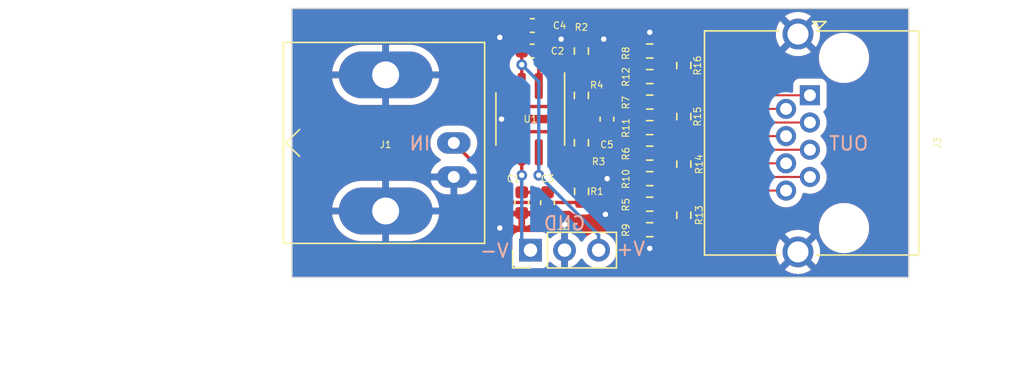
<source format=kicad_pcb>
(kicad_pcb (version 20221018) (generator pcbnew)

  (general
    (thickness 1.6)
  )

  (paper "A4")
  (layers
    (0 "F.Cu" signal)
    (31 "B.Cu" signal)
    (32 "B.Adhes" user "B.Adhesive")
    (33 "F.Adhes" user "F.Adhesive")
    (34 "B.Paste" user)
    (35 "F.Paste" user)
    (36 "B.SilkS" user "B.Silkscreen")
    (37 "F.SilkS" user "F.Silkscreen")
    (38 "B.Mask" user)
    (39 "F.Mask" user)
    (40 "Dwgs.User" user "User.Drawings")
    (41 "Cmts.User" user "User.Comments")
    (42 "Eco1.User" user "User.Eco1")
    (43 "Eco2.User" user "User.Eco2")
    (44 "Edge.Cuts" user)
    (45 "Margin" user)
    (46 "B.CrtYd" user "B.Courtyard")
    (47 "F.CrtYd" user "F.Courtyard")
    (48 "B.Fab" user)
    (49 "F.Fab" user)
    (50 "User.1" user)
    (51 "User.2" user)
    (52 "User.3" user)
    (53 "User.4" user)
    (54 "User.5" user)
    (55 "User.6" user)
    (56 "User.7" user)
    (57 "User.8" user)
    (58 "User.9" user)
  )

  (setup
    (pad_to_mask_clearance 0)
    (pcbplotparams
      (layerselection 0x00010fc_ffffffff)
      (plot_on_all_layers_selection 0x0000000_00000000)
      (disableapertmacros false)
      (usegerberextensions false)
      (usegerberattributes true)
      (usegerberadvancedattributes true)
      (creategerberjobfile true)
      (dashed_line_dash_ratio 12.000000)
      (dashed_line_gap_ratio 3.000000)
      (svgprecision 4)
      (plotframeref false)
      (viasonmask false)
      (mode 1)
      (useauxorigin false)
      (hpglpennumber 1)
      (hpglpenspeed 20)
      (hpglpendiameter 15.000000)
      (dxfpolygonmode true)
      (dxfimperialunits true)
      (dxfusepcbnewfont true)
      (psnegative false)
      (psa4output false)
      (plotreference true)
      (plotvalue true)
      (plotinvisibletext false)
      (sketchpadsonfab false)
      (subtractmaskfromsilk false)
      (outputformat 1)
      (mirror false)
      (drillshape 1)
      (scaleselection 1)
      (outputdirectory "")
    )
  )

  (net 0 "")
  (net 1 "VSS")
  (net 2 "GND")
  (net 3 "VCC")
  (net 4 "Net-(C5-Pad1)")
  (net 5 "Net-(C5-Pad2)")
  (net 6 "Net-(J1-In)")
  (net 7 "Net-(J3-Pad1)")
  (net 8 "Net-(J3-Pad2)")
  (net 9 "Net-(J3-Pad3)")
  (net 10 "Net-(J3-Pad4)")
  (net 11 "Net-(J3-Pad5)")
  (net 12 "Net-(J3-Pad6)")
  (net 13 "Net-(J3-Pad7)")
  (net 14 "Net-(J3-Pad8)")
  (net 15 "Net-(R1-Pad1)")
  (net 16 "Net-(R2-Pad1)")

  (footprint "Connector_Coaxial:BNC_Amphenol_B6252HB-NPP3G-50_Horizontal" (layer "F.Cu") (at 166.37 83.693 90))

  (footprint "Capacitor_SMD:C_0603_1608Metric" (layer "F.Cu") (at 171.435 88.151 -90))

  (footprint "Resistor_SMD:R_0603_1608Metric" (layer "F.Cu") (at 175.88 76.835 90))

  (footprint "Resistor_SMD:R_0603_1608Metric" (layer "F.Cu") (at 175.88 80.15 90))

  (footprint "Resistor_SMD:R_0603_1608Metric" (layer "F.Cu") (at 180.975 78.74))

  (footprint "Connector_PinHeader_2.54mm:PinHeader_1x03_P2.54mm_Vertical" (layer "F.Cu") (at 172.085 91.694 90))

  (footprint "Capacitor_SMD:C_0603_1608Metric" (layer "F.Cu") (at 173.355 88.151 -90))

  (footprint "Capacitor_SMD:C_0603_1608Metric" (layer "F.Cu") (at 172.225 74.93))

  (footprint "Resistor_SMD:R_0603_1608Metric" (layer "F.Cu") (at 183.515 85.28 90))

  (footprint "Resistor_SMD:R_0603_1608Metric" (layer "F.Cu") (at 180.975 88.265))

  (footprint "Resistor_SMD:R_0603_1608Metric" (layer "F.Cu") (at 180.975 80.645))

  (footprint "Resistor_SMD:R_0603_1608Metric" (layer "F.Cu") (at 175.88 83.68 90))

  (footprint "Capacitor_SMD:C_0603_1608Metric" (layer "F.Cu") (at 177.785 81.915 90))

  (footprint "Resistor_SMD:R_0603_1608Metric" (layer "F.Cu") (at 180.975 82.55))

  (footprint "Connector_RJ:RJ45_Amphenol_RJHSE5380" (layer "F.Cu") (at 192.915 80.137 -90))

  (footprint "Resistor_SMD:R_0603_1608Metric" (layer "F.Cu") (at 180.975 76.835))

  (footprint "Package_SO:SOIC-8_3.9x4.9mm_P1.27mm" (layer "F.Cu") (at 172.07 81.915 -90))

  (footprint "Resistor_SMD:R_0603_1608Metric" (layer "F.Cu") (at 180.975 84.455))

  (footprint "Resistor_SMD:R_0603_1608Metric" (layer "F.Cu") (at 183.515 77.915 90))

  (footprint "Resistor_SMD:R_0603_1608Metric" (layer "F.Cu") (at 175.895 87.313 -90))

  (footprint "Resistor_SMD:R_0603_1608Metric" (layer "F.Cu") (at 183.515 89.09 90))

  (footprint "Capacitor_SMD:C_0603_1608Metric" (layer "F.Cu") (at 172.21 76.835001))

  (footprint "Resistor_SMD:R_0603_1608Metric" (layer "F.Cu") (at 180.975 86.36))

  (footprint "Resistor_SMD:R_0603_1608Metric" (layer "F.Cu") (at 183.515 81.725 90))

  (footprint "Resistor_SMD:R_0603_1608Metric" (layer "F.Cu") (at 180.975 90.17))

  (gr_rect (start 154.305 73.66) (end 200.279 93.726)
    (stroke (width 0.1) (type default)) (fill none) (layer "Edge.Cuts") (tstamp fa1b2bcb-7aae-4d19-a91d-5e193e858ddd))
  (gr_text "V-" (at 170.561 92.329) (layer "B.SilkS") (tstamp 43d33a22-9bf7-4b48-bb59-9590e4fa8340)
    (effects (font (size 1.016 1.016) (thickness 0.1524)) (justify left bottom mirror))
  )
  (gr_text "V+" (at 180.721 92.202) (layer "B.SilkS") (tstamp 7eb45739-d757-40cb-b154-e4e03a7f9ec6)
    (effects (font (size 1.016 1.016) (thickness 0.1524)) (justify left bottom mirror))
  )
  (gr_text "IN" (at 164.719 84.328) (layer "B.SilkS") (tstamp 83a31ccf-e6b5-455a-84dc-e3157379c6cc)
    (effects (font (size 1.016 1.016) (thickness 0.1524)) (justify left bottom mirror))
  )
  (gr_text "OUT" (at 197.358 84.328) (layer "B.SilkS") (tstamp 9702cf75-d08e-4e24-bbb7-a0c794b1f9d6)
    (effects (font (size 1.016 1.016) (thickness 0.1524)) (justify left bottom mirror))
  )
  (gr_text "GND" (at 176.276 90.297) (layer "B.SilkS") (tstamp b716b357-b20b-4d5f-bc8e-1d074e5c591b)
    (effects (font (size 1.016 1.016) (thickness 0.1524)) (justify left bottom mirror))
  )
  (dimension (type aligned) (layer "Dwgs.User") (tstamp 454fd30c-5446-4cfc-966d-5107336be4b1)
    (pts (xy 200.279 93.726) (xy 200.279 73.66))
    (height 4.826)
    (gr_text "790.0000 mils" (at 203.955 83.693 90) (layer "Dwgs.User") (tstamp 454fd30c-5446-4cfc-966d-5107336be4b1)
      (effects (font (size 1 1) (thickness 0.15)))
    )
    (format (prefix "") (suffix "") (units 3) (units_format 1) (precision 4))
    (style (thickness 0.15) (arrow_length 1.27) (text_position_mode 0) (extension_height 0.58642) (extension_offset 0.5) keep_text_aligned)
  )
  (dimension (type aligned) (layer "Dwgs.User") (tstamp c48bd46b-ddc9-426f-b8b9-1df239dde425)
    (pts (xy 154.305 93.726) (xy 200.279 93.726))
    (height 5.968999)
    (gr_text "1810.0000 mils" (at 177.292 98.544999) (layer "Dwgs.User") (tstamp c48bd46b-ddc9-426f-b8b9-1df239dde425)
      (effects (font (size 1 1) (thickness 0.15)))
    )
    (format (prefix "") (suffix "") (units 3) (units_format 1) (precision 4))
    (style (thickness 0.15) (arrow_length 1.27) (text_position_mode 0) (extension_height 0.58642) (extension_offset 0.5) keep_text_aligned)
  )

  (segment (start 171.435 86.091) (end 171.435 85.867) (width 0.25) (layer "F.Cu") (net 1) (tstamp 34574fe5-22e0-4096-b147-beb5476e883c))
  (segment (start 171.435 85.837) (end 171.435 84.39) (width 0.25) (layer "F.Cu") (net 1) (tstamp 3eea8b43-f64d-477b-b630-299e3883f4e1))
  (segment (start 171.45 86.106) (end 171.435 86.091) (width 0.25) (layer "F.Cu") (net 1) (tstamp 9b303a5c-fb2e-4a1f-b1f4-3072ac7c4d60))
  (segment (start 171.435 87.376) (end 171.435 86.121) (width 0.25) (layer "F.Cu") (net 1) (tstamp 9d108d9d-0960-49ee-8cd2-14659481b89d))
  (segment (start 173.355 87.376) (end 171.435 87.376) (width 0.25) (layer "F.Cu") (net 1) (tstamp bb1943f8-6922-4172-9785-be91867792a8))
  (segment (start 171.435 86.121) (end 171.45 86.106) (width 0.25) (layer "F.Cu") (net 1) (tstamp d689d8df-6cd8-4918-8a04-fcd70b9099a8))
  (via (at 171.435 86.106) (size 0.8) (drill 0.4) (layers "F.Cu" "B.Cu") (net 1) (tstamp 71dac749-65e4-41e0-a234-a0c9f863e509))
  (segment (start 171.435 91.044) (end 171.435 86.106) (width 0.25) (layer "B.Cu") (net 1) (tstamp 9e7a915f-279f-4cfb-886a-80a35dc659bc))
  (segment (start 172.085 91.694) (end 171.435 91.044) (width 0.25) (layer "B.Cu") (net 1) (tstamp f517c6e0-32ee-44ac-840a-7bfe51a15fb2))
  (segment (start 172.705 79.44) (end 172.705 77.115) (width 0.25) (layer "F.Cu") (net 2) (tstamp 528592b2-cdf0-48d2-8089-0b8b87fa013e))
  (segment (start 172.705 77.115) (end 172.985 76.835) (width 0.25) (layer "F.Cu") (net 2) (tstamp b885afe1-a566-4e95-83d5-b5a8df337ea5))
  (via (at 177.8 86.36) (size 0.8) (drill 0.4) (layers "F.Cu" "B.Cu") (free) (net 2) (tstamp 00c64779-cb37-45d7-99a1-2493372e735e))
  (via (at 169.799 90.043) (size 0.8) (drill 0.4) (layers "F.Cu" "B.Cu") (free) (net 2) (tstamp 0bd94cec-995e-496c-ad31-3ad2b975e771))
  (via (at 174.371 75.946) (size 0.8) (drill 0.4) (layers "F.Cu" "B.Cu") (free) (net 2) (tstamp 335c40ae-7756-4765-a662-0bfd319f9728))
  (via (at 180.975 91.567) (size 0.8) (drill 0.4) (layers "F.Cu" "B.Cu") (free) (net 2) (tstamp 49b129b4-c6ea-48e2-babd-2645c5fe750d))
  (via (at 177.546 75.946) (size 0.8) (drill 0.4) (layers "F.Cu" "B.Cu") (free) (net 2) (tstamp 59c4824b-ab88-4fde-bd38-615ede4ae3b1))
  (via (at 180.975 75.438) (size 0.8) (drill 0.4) (layers "F.Cu" "B.Cu") (free) (net 2) (tstamp 6593b418-a8b3-4098-855b-d70b87d415bd))
  (via (at 169.799 75.819) (size 0.8) (drill 0.4) (layers "F.Cu" "B.Cu") (free) (net 2) (tstamp 9af0bd0b-7fd8-485e-84ab-e9f2e3bcbe56))
  (via (at 169.926 81.915) (size 0.8) (drill 0.4) (layers "F.Cu" "B.Cu") (free) (net 2) (tstamp 9d37808c-7ba3-4b28-ab22-ba1e563d738e))
  (via (at 174.625 89.789) (size 0.8) (drill 0.4) (layers "F.Cu" "B.Cu") (free) (net 2) (tstamp 9e192404-9180-4e6c-84c9-6cc2482d1469))
  (via (at 177.673 89.027) (size 0.8) (drill 0.4) (layers "F.Cu" "B.Cu") (free) (net 2) (tstamp a53a465e-b6de-4eb6-aecf-296f8ef907bf))
  (segment (start 171.45 77.851) (end 171.435 77.866) (width 0.25) (layer "F.Cu") (net 3) (tstamp 06167270-1d2d-4497-88bb-b1a810c85e76))
  (segment (start 171.435 77.866) (end 171.435 79.44) (width 0.25) (layer "F.Cu") (net 3) (tstamp 2a53eb0a-65d4-493f-9f46-edc0c45206cd))
  (segment (start 171.435 76.835) (end 171.435 77.836) (width 0.25) (layer "F.Cu") (net 3) (tstamp 565873c6-06e8-49f1-b6be-04e56345118f))
  (segment (start 172.705 84.39) (end 172.705 86.091) (width 0.25) (layer "F.Cu") (net 3) (tstamp a5c83528-aab2-44c4-83ac-74da27ce4dc6))
  (segment (start 171.435 77.836) (end 171.45 77.851) (width 0.25) (layer "F.Cu") (net 3) (tstamp c4559b88-7742-419e-bcff-389051b6e9a7))
  (segment (start 171.435 76.835001) (end 171.435 74.945) (width 0.25) (layer "F.Cu") (net 3) (tstamp e7e7b8db-abf9-41c3-bae6-f6a6a0e6863c))
  (segment (start 171.435 74.945) (end 171.45 74.93) (width 0.25) (layer "F.Cu") (net 3) (tstamp ed1ce104-5b37-46a9-aa0c-59b54fee1757))
  (segment (start 172.705 86.091) (end 172.72 86.106) (width 0.25) (layer "F.Cu") (net 3) (tstamp f81b8745-b8ae-4471-a105-78532b21bdbd))
  (via (at 172.705 86.106) (size 0.8) (drill 0.4) (layers "F.Cu" "B.Cu") (net 3) (tstamp 69694fd4-286b-4817-a121-ad04f8dc9583))
  (via (at 171.435 77.851) (size 0.8) (drill 0.4) (layers "F.Cu" "B.Cu") (net 3) (tstamp 976a7e94-339a-418b-8744-c8406fa72a28))
  (segment (start 177.165 90.566) (end 172.705 86.106) (width 0.25) (layer "B.Cu") (net 3) (tstamp 1dd4eb93-a4ad-48c5-a439-04dc16481d49))
  (segment (start 177.165 91.694) (end 177.165 90.566) (width 0.25) (layer "B.Cu") (net 3) (tstamp 2c0780aa-fb9b-4d0d-9bf4-3ca7e7baa018))
  (segment (start 172.705 79.121) (end 171.435 77.851) (width 0.25) (layer "B.Cu") (net 3) (tstamp 72acf699-229e-44d3-a152-4eb07137ca72))
  (segment (start 172.705 86.106) (end 172.705 79.121) (width 0.25) (layer "B.Cu") (net 3) (tstamp 7f556fca-43d7-4ab4-a7cd-5e8867e4d353))
  (segment (start 177.925 82.55) (end 179.07 82.55) (width 0.25) (layer "F.Cu") (net 4) (tstamp 237ec680-148b-4c56-865b-82cb8cb56474))
  (segment (start 179.07 89.09) (end 179.07 87.44) (width 0.25) (layer "F.Cu") (net 4) (tstamp 3a017108-5cb0-4d71-a6f4-ce76e06433f6))
  (segment (start 179.07 79.82) (end 180.15 78.74) (width 0.25) (layer "F.Cu") (net 4) (tstamp 3d166e4f-fd1f-4c3f-92f5-70220a2e6e3c))
  (segment (start 180.15 90.17) (end 179.07 89.09) (width 0.25) (layer "F.Cu") (net 4) (tstamp 57a36308-c8fe-49c9-9732-bb96cdb4e048))
  (segment (start 179.07 87.44) (end 180.15 86.36) (width 0.25) (layer "F.Cu") (net 4) (tstamp 5cfa962a-694b-4dbd-a945-e15aaa43d064))
  (segment (start 179.07 85.28) (end 179.07 83.63) (width 0.25) (layer "F.Cu") (net 4) (tstamp 6cb363aa-00c2-450b-a279-e3ca48cfe8e0))
  (segment (start 170.165 83.415) (end 170.165 84.39) (width 0.25) (layer "F.Cu") (net 4) (tstamp 8831d553-98f1-46ac-bd05-091a9ac7ba08))
  (segment (start 177.62 82.855) (end 177.785 82.69) (width 0.25) (layer "F.Cu") (net 4) (tstamp 899e7396-1853-451e-b32d-1727c7382a42))
  (segment (start 177.785 82.69) (end 177.925 82.55) (width 0.25) (layer "F.Cu") (net 4) (tstamp 9bf1e291-c622-403e-86dc-b6835c352ba6))
  (segment (start 179.07 82.55) (end 180.15 82.55) (width 0.25) (layer "F.Cu") (net 4) (tstamp 9f73d508-ff82-4f24-a0b0-26d1ce1435b3))
  (segment (start 179.07 81.47) (end 179.07 79.82) (width 0.25) (layer "F.Cu") (net 4) (tstamp a4cc3978-1f1e-4955-ad87-07c1188d364b))
  (segment (start 180.15 86.36) (end 179.07 85.28) (width 0.25) (layer "F.Cu") (net 4) (tstamp a7e44a7e-a7e9-4230-9948-db87985c8942))
  (segment (start 175.88 82.855) (end 170.725 82.855) (width 0.25) (layer "F.Cu") (net 4) (tstamp aa8648aa-fbf4-4d20-a73e-378f9ecb346a))
  (segment (start 170.725 82.855) (end 170.165 83.415) (width 0.25) (layer "F.Cu") (net 4) (tstamp b02bf473-9d92-4fd4-9264-aa5e4a02690a))
  (segment (start 179.07 81.47) (end 179.07 82.55) (width 0.25) (layer "F.Cu") (net 4) (tstamp d80adcf8-0dd9-483a-849f-198b14ce2012))
  (segment (start 179.07 83.63) (end 179.07 82.55) (width 0.25) (layer "F.Cu") (net 4) (tstamp df577652-7a52-48a1-ac71-73a1952cd529))
  (segment (start 175.88 82.855) (end 177.62 82.855) (width 0.25) (layer "F.Cu") (net 4) (tstamp fcf3bffe-0cf1-4bb5-ad6e-770a5b472c98))
  (segment (start 177.785 79.2) (end 180.15 76.835) (width 0.25) (layer "F.Cu") (net 5) (tstamp 08141fae-23c6-43c6-933d-6c69f85b085f))
  (segment (start 180.975 79.82) (end 180.15 80.645) (width 0.25) (layer "F.Cu") (net 5) (tstamp 0f757d90-67a8-4e87-bb48-7c543df23edb))
  (segment (start 180.975 87.44) (end 180.15 88.265) (width 0.25) (layer "F.Cu") (net 5) (tstamp 14f6b0ac-a363-450f-bc11-e8f88ee1af21))
  (segment (start 180.975 85.28) (end 180.975 87.44) (width 0.25) (layer "F.Cu") (net 5) (tstamp 41f153c4-7194-456e-9247-d39b4ff0f275))
  (segment (start 170.165 80.415) (end 170.165 79.44) (width 0.25) (layer "F.Cu") (net 5) (tstamp 4cb72569-85fb-4272-83e1-5d65cf16a0fb))
  (segment (start 180.975 83.63) (end 180.15 84.455) (width 0.25) (layer "F.Cu") (net 5) (tstamp 5b9a6a0c-8666-49ef-bed9-4ddbf321d108))
  (segment (start 180.15 84.455) (end 180.975 85.28) (width 0.25) (layer "F.Cu") (net 5) (tstamp 629e6be3-535b-4654-9ae4-ed118aad715d))
  (segment (start 170.725 80.975) (end 170.165 80.415) (width 0.25) (layer "F.Cu") (net 5) (tstamp 6691be01-0e8d-4461-b8bb-a502b2f317df))
  (segment (start 180.15 76.835) (end 180.975 77.66) (width 0.25) (layer "F.Cu") (net 5) (tstamp 6df4af80-e071-46f0-bf0f-416ab4d8a02e))
  (segment (start 180.975 81.47) (end 180.975 83.63) (width 0.25) (layer "F.Cu") (net 5) (tstamp 8afed392-87d5-4c39-86a6-f4146443e6b0))
  (segment (start 177.62 80.975) (end 177.785 81.14) (width 0.25) (layer "F.Cu") (net 5) (tstamp 8b0aecfc-06cb-4a36-a159-f40d2224a295))
  (segment (start 175.88 80.975) (end 170.725 80.975) (width 0.25) (layer "F.Cu") (net 5) (tstamp 9a69d3aa-a6ce-4e56-8417-e3a32487539c))
  (segment (start 175.88 80.975) (end 177.62 80.975) (width 0.25) (layer "F.Cu") (net 5) (tstamp 9d8c2c18-1fd5-4922-9d87-eabc2158e7bd))
  (segment (start 180.15 80.645) (end 180.975 81.47) (width 0.25) (layer "F.Cu") (net 5) (tstamp bbad22d0-4fa2-4d26-b3bb-c76ab6db964b))
  (segment (start 177.785 81.14) (end 177.785 79.2) (width 0.25) (layer "F.Cu") (net 5) (tstamp ee8604ef-901d-481e-aab3-dc0935563b88))
  (segment (start 180.975 77.66) (end 180.975 79.82) (width 0.25) (layer "F.Cu") (net 5) (tstamp ef7425b1-1968-42c6-8dd7-829cd0197fe3))
  (segment (start 170.815 88.138) (end 166.37 83.693) (width 0.25) (layer "F.Cu") (net 6) (tstamp 6328e358-6c41-4d9d-a48d-69f7e785b998))
  (segment (start 175.895 88.138) (end 170.815 88.138) (width 0.25) (layer "F.Cu") (net 6) (tstamp 9af0258e-80ea-44a1-bcf2-ab8d85b230e6))
  (segment (start 192.915 80.137) (end 186.562 80.137) (width 0.1524) (layer "F.Cu") (net 7) (tstamp 2172b90c-862c-4ba3-9963-949211653d75))
  (segment (start 186.562 80.137) (end 183.515 77.09) (width 0.1524) (layer "F.Cu") (net 7) (tstamp 72462d04-3af4-4083-80e7-dfcc261921e1))
  (segment (start 182.055 77.09) (end 181.8 76.835) (width 0.1524) (layer "F.Cu") (net 7) (tstamp c84b1fec-d2dc-4a54-b3bf-1e61ccb859f1))
  (segment (start 183.515 77.09) (end 182.055 77.09) (width 0.1524) (layer "F.Cu") (net 7) (tstamp f1a43d2f-db12-4407-a0d8-20b7cd2dd2ad))
  (segment (start 185.928 81.153) (end 183.515 78.74) (width 0.1524) (layer "F.Cu") (net 8) (tstamp 2f48f70b-7a17-4430-98e4-604625fc4056))
  (segment (start 183.515 78.74) (end 181.8 78.74) (width 0.1524) (layer "F.Cu") (net 8) (tstamp 7fe6761b-d8ef-44fd-ab77-97e50554910a))
  (segment (start 191.135 81.153) (end 185.928 81.153) (width 0.1524) (layer "F.Cu") (net 8) (tstamp d380a6ee-3cdd-4567-a6bf-8b167d582da5))
  (segment (start 192.915 82.169) (end 184.784 82.169) (width 0.1524) (layer "F.Cu") (net 9) (tstamp 413053f1-8553-4c01-92b8-462b4063bb13))
  (segment (start 184.784 82.169) (end 183.515 80.9) (width 0.1524) (layer "F.Cu") (net 9) (tstamp 5c0e3ad8-99c1-499b-b9fc-aa7633a641a3))
  (segment (start 183.515 80.9) (end 182.055 80.9) (width 0.1524) (layer "F.Cu") (net 9) (tstamp f7a2484e-6b57-4fea-aa5c-b78d3d0a0300))
  (segment (start 182.055 80.9) (end 181.8 80.645) (width 0.1524) (layer "F.Cu") (net 9) (tstamp f9caf859-4a57-422d-8344-dd364bd2f7b6))
  (segment (start 181.8 82.55) (end 183.515 82.55) (width 0.1524) (layer "F.Cu") (net 10) (tstamp 24524f9e-ea6d-4107-8d48-38ccd5fcdbc9))
  (segment (start 184.15 83.185) (end 183.515 82.55) (width 0.1524) (layer "F.Cu") (net 10) (tstamp 3f5dac75-1084-4ac1-a529-156830c71a2c))
  (segment (start 191.135 83.185) (end 184.15 83.185) (width 0.1524) (layer "F.Cu") (net 10) (tstamp d9e551e0-0c2b-4d49-b1f0-245dec9a8afe))
  (segment (start 181.8 84.455) (end 183.515 84.455) (width 0.1524) (layer "F.Cu") (net 11) (tstamp 2e6af502-9844-451a-98ce-7b156e407fca))
  (segment (start 183.769 84.201) (end 183.515 84.455) (width 0.1524) (layer "F.Cu") (net 11) (tstamp 897be5c7-0e37-46d7-9a58-529271f4bcbb))
  (segment (start 192.915 84.201) (end 183.769 84.201) (width 0.1524) (layer "F.Cu") (net 11) (tstamp b404564e-b8e8-408d-b73c-057e9b152d5c))
  (segment (start 184.403 85.217) (end 183.515 86.105) (width 0.1524) (layer "F.Cu") (net 12) (tstamp 3891dfc2-eb95-41b7-ad67-8630725ce894))
  (segment (start 183.515 86.105) (end 182.055 86.105) (width 0.1524) (layer "F.Cu") (net 12) (tstamp 5e187c7b-c421-4dab-b138-d91b8c8b379d))
  (segment (start 182.055 86.105) (end 181.8 86.36) (width 0.1524) (layer "F.Cu") (net 12) (tstamp 6f75801d-dc53-48c8-8901-7890ad27fd6a))
  (segment (start 191.135 85.217) (end 184.403 85.217) (width 0.1524) (layer "F.Cu") (net 12) (tstamp ae75c5b7-9dc7-48f8-a5a1-34c073191197))
  (segment (start 183.515 88.265) (end 181.8 88.265) (width 0.1524) (layer "F.Cu") (net 13) (tstamp 643c64f7-cf53-45b9-858a-a3bdb58b4110))
  (segment (start 185.547 86.233) (end 183.515 88.265) (width 0.1524) (layer "F.Cu") (net 13) (tstamp b70e54f6-d43a-4c30-ba4c-0800cd7869a9))
  (segment (start 192.915 86.233) (end 185.547 86.233) (width 0.1524) (layer "F.Cu") (net 13) (tstamp e9527c63-816c-4fe2-a1b3-daccee985c8f))
  (segment (start 183.515 89.915) (end 182.055 89.915) (width 0.1524) (layer "F.Cu") (net 14) (tstamp 2d5707ee-3dbd-4733-895f-aa38692d3618))
  (segment (start 191.135 87.249) (end 186.181 87.249) (width 0.1524) (layer "F.Cu") (net 14) (tstamp 79c31035-2a4d-4aea-94bb-ee2b8b710406))
  (segment (start 182.055 89.915) (end 181.8 90.17) (width 0.1524) (layer "F.Cu") (net 14) (tstamp 85ec2506-a21d-41c1-928e-e83ffd3d5ac5))
  (segment (start 186.181 87.249) (end 183.515 89.915) (width 0.1524) (layer "F.Cu") (net 14) (tstamp acc8aca5-983f-43d5-9997-a16883b7215a))
  (segment (start 174.05 84.455) (end 173.975 84.53) (width 0.25) (layer "F.Cu") (net 15) (tstamp 442a5194-e9c6-4148-9c3d-32846ad45a41))
  (segment (start 175.88 84.505) (end 174.09 84.505) (width 0.25) (layer "F.Cu") (net 15) (tstamp 6d1190dd-d4f8-4768-8a23-f6f528be71d4))
  (segment (start 174.09 84.505) (end 173.975 84.39) (width 0.25) (layer "F.Cu") (net 15) (tstamp 796540da-9264-45cb-9ae9-dfb7c5bfcef6))
  (segment (start 175.88 84.505) (end 175.88 86.473) (width 0.25) (layer "F.Cu") (net 15) (tstamp 956a3f8b-90cc-4350-bfd5-6fb7b4ab7fc4))
  (segment (start 175.88 86.473) (end 175.895 86.488) (width 0.25) (layer "F.Cu") (net 15) (tstamp fa89d7c6-68ec-49b0-9605-4a9fe148bdc0))
  (segment (start 175.88 79.325) (end 174.09 79.325) (width 0.25) (layer "F.Cu") (net 16) (tstamp 0fbd8f85-17d3-4a18-a04c-329347ba99cf))
  (segment (start 174.09 79.325) (end 173.975 79.44) (width 0.25) (layer "F.Cu") (net 16) (tstamp 281d2de6-5be2-49e5-8380-0957606b3711))
  (segment (start 175.88 79.325) (end 175.88 77.66) (width 0.25) (layer "F.Cu") (net 16) (tstamp 62b887a7-02fe-4a0f-8f54-9b65763878bd))

  (zone (net 2) (net_name "GND") (layers "F&B.Cu") (tstamp c6fae4e2-a595-4d86-b765-3abbc6066ea2) (hatch edge 0.5)
    (connect_pads (clearance 0.5))
    (min_thickness 0.25) (filled_areas_thickness no)
    (fill yes (thermal_gap 0.5) (thermal_bridge_width 0.5))
    (polygon
      (pts
        (xy 142.24 73.025)
        (xy 203.835 73.025)
        (xy 203.835 96.52)
        (xy 142.24 96.52)
      )
    )
    (filled_polygon
      (layer "F.Cu")
      (pts
        (xy 200.221539 73.680185)
        (xy 200.267294 73.732989)
        (xy 200.2785 73.7845)
        (xy 200.2785 93.6015)
        (xy 200.258815 93.668539)
        (xy 200.206011 93.714294)
        (xy 200.1545 93.7255)
        (xy 192.088348 93.7255)
        (xy 192.021309 93.705815)
        (xy 192.020538 93.704925)
        (xy 191.987145 93.722851)
        (xy 191.961652 93.7255)
        (xy 154.4295 93.7255)
        (xy 154.362461 93.705815)
        (xy 154.316706 93.653011)
        (xy 154.3055 93.6015)
        (xy 154.3055 92.59187)
        (xy 170.7345 92.59187)
        (xy 170.734501 92.591876)
        (xy 170.740908 92.651483)
        (xy 170.791202 92.786328)
        (xy 170.791206 92.786335)
        (xy 170.877452 92.901544)
        (xy 170.877455 92.901547)
        (xy 170.992664 92.987793)
        (xy 170.992671 92.987797)
        (xy 171.127517 93.038091)
        (xy 171.127516 93.038091)
        (xy 171.134444 93.038835)
        (xy 171.187127 93.0445)
        (xy 172.982872 93.044499)
        (xy 173.042483 93.038091)
        (xy 173.177331 92.987796)
        (xy 173.292546 92.901546)
        (xy 173.378796 92.786331)
        (xy 173.428002 92.654401)
        (xy 173.469872 92.598468)
        (xy 173.535337 92.57405)
        (xy 173.60361 92.588901)
        (xy 173.631865 92.610053)
        (xy 173.753917 92.732105)
        (xy 173.947421 92.8676)
        (xy 174.161507 92.967429)
        (xy 174.161516 92.967433)
        (xy 174.375 93.024634)
        (xy 174.375 92.129501)
        (xy 174.482685 92.17868)
        (xy 174.589237 92.194)
        (xy 174.660763 92.194)
        (xy 174.767315 92.17868)
        (xy 174.875 92.129501)
        (xy 174.875 93.024633)
        (xy 175.088483 92.967433)
        (xy 175.088492 92.967429)
        (xy 175.302578 92.8676)
        (xy 175.496082 92.732105)
        (xy 175.663105 92.565082)
        (xy 175.793119 92.379405)
        (xy 175.847696 92.335781)
        (xy 175.917195 92.328588)
        (xy 175.979549 92.36011)
        (xy 175.996269 92.379405)
        (xy 176.126505 92.565401)
        (xy 176.293599 92.732495)
        (xy 176.38978 92.799842)
        (xy 176.487165 92.868032)
        (xy 176.487167 92.868033)
        (xy 176.48717 92.868035)
        (xy 176.701337 92.967903)
        (xy 176.929592 93.029063)
        (xy 177.106034 93.0445)
        (xy 177.164999 93.049659)
        (xy 177.165 93.049659)
        (xy 177.165001 93.049659)
        (xy 177.223966 93.0445)
        (xy 177.400408 93.029063)
        (xy 177.628663 92.967903)
        (xy 177.84283 92.868035)
        (xy 178.036401 92.732495)
        (xy 178.203495 92.565401)
        (xy 178.339035 92.37183)
        (xy 178.438903 92.157663)
        (xy 178.500063 91.929408)
        (xy 178.509023 91.827)
        (xy 190.369898 91.827)
        (xy 190.390274 92.085912)
        (xy 190.450901 92.338445)
        (xy 190.450906 92.338462)
        (xy 190.55029 92.578397)
        (xy 190.550292 92.5784)
        (xy 190.685992 92.799842)
        (xy 190.685993 92.799843)
        (xy 190.691801 92.806644)
        (xy 191.319217 92.179228)
        (xy 191.407379 92.319536)
        (xy 191.532464 92.444621)
        (xy 191.67277 92.532781)
        (xy 191.045354 93.160197)
        (xy 191.052157 93.166007)
        (xy 191.273599 93.301707)
        (xy 191.273602 93.301709)
        (xy 191.513537 93.401093)
        (xy 191.513554 93.401098)
        (xy 191.766088 93.461725)
        (xy 191.766087 93.461725)
        (xy 191.971381 93.477882)
        (xy 192.027407 93.499235)
        (xy 192.053413 93.482523)
        (xy 192.078619 93.477882)
        (xy 192.283912 93.461725)
        (xy 192.536445 93.401098)
        (xy 192.536462 93.401093)
        (xy 192.776397 93.301709)
        (xy 192.7764 93.301707)
        (xy 192.997844 93.166005)
        (xy 193.004644 93.160197)
        (xy 192.377229 92.532782)
        (xy 192.517536 92.444621)
        (xy 192.642621 92.319536)
        (xy 192.730782 92.179229)
        (xy 193.358197 92.806644)
        (xy 193.364005 92.799844)
        (xy 193.499707 92.5784)
        (xy 193.499709 92.578397)
        (xy 193.599093 92.338462)
        (xy 193.599098 92.338445)
        (xy 193.659725 92.085912)
        (xy 193.680101 91.827)
        (xy 193.659725 91.568087)
        (xy 193.599098 91.315554)
        (xy 193.599093 91.315537)
        (xy 193.499709 91.075602)
        (xy 193.499707 91.075599)
        (xy 193.364007 90.854157)
        (xy 193.358197 90.847354)
        (xy 192.730781 91.474769)
        (xy 192.642621 91.334464)
        (xy 192.517536 91.209379)
        (xy 192.377229 91.121217)
        (xy 193.004645 90.493801)
        (xy 192.997843 90.487993)
        (xy 192.997842 90.487992)
        (xy 192.7764 90.352292)
        (xy 192.776397 90.35229)
        (xy 192.536462 90.252906)
        (xy 192.536445 90.252901)
        (xy 192.283911 90.192274)
        (xy 192.283912 90.192274)
        (xy 192.025 90.171898)
        (xy 191.766087 90.192274)
        (xy 191.513554 90.252901)
        (xy 191.513537 90.252906)
        (xy 191.273602 90.35229)
        (xy 191.273599 90.352292)
        (xy 191.052155 90.487993)
        (xy 191.045353 90.4938)
        (xy 191.67277 91.121217)
        (xy 191.532464 91.209379)
        (xy 191.407379 91.334464)
        (xy 191.319217 91.47477)
        (xy 190.6918 90.847353)
        (xy 190.685993 90.854155)
        (xy 190.550292 91.075599)
        (xy 190.55029 91.075602)
        (xy 190.450906 91.315537)
        (xy 190.450901 91.315554)
        (xy 190.390274 91.568087)
        (xy 190.369898 91.827)
        (xy 178.509023 91.827)
        (xy 178.520659 91.694)
        (xy 178.500063 91.458592)
        (xy 178.438903 91.230337)
        (xy 178.339035 91.016171)
        (xy 178.333731 91.008595)
        (xy 178.203494 90.822597)
        (xy 178.036402 90.655506)
        (xy 178.036395 90.655501)
        (xy 178.034511 90.654182)
        (xy 177.959518 90.601671)
        (xy 177.842834 90.519967)
        (xy 177.84283 90.519965)
        (xy 177.842828 90.519964)
        (xy 177.628663 90.420097)
        (xy 177.628659 90.420096)
        (xy 177.628655 90.420094)
        (xy 177.400413 90.358938)
        (xy 177.400403 90.358936)
        (xy 177.165001 90.338341)
        (xy 177.164999 90.338341)
        (xy 176.929596 90.358936)
        (xy 176.929586 90.358938)
        (xy 176.701344 90.420094)
        (xy 176.701335 90.420098)
        (xy 176.487171 90.519964)
        (xy 176.487169 90.519965)
        (xy 176.293597 90.655505)
        (xy 176.126508 90.822594)
        (xy 175.996269 91.008595)
        (xy 175.941692 91.052219)
        (xy 175.872193 91.059412)
        (xy 175.809839 91.02789)
        (xy 175.793119 91.008594)
        (xy 175.663113 90.822926)
        (xy 175.663108 90.82292)
        (xy 175.496082 90.655894)
        (xy 175.302578 90.520399)
        (xy 175.088492 90.42057)
        (xy 175.088486 90.420567)
        (xy 174.875 90.363364)
        (xy 174.875 91.258498)
        (xy 174.767315 91.20932)
        (xy 174.660763 91.194)
        (xy 174.589237 91.194)
        (xy 174.482685 91.20932)
        (xy 174.375 91.258498)
        (xy 174.375 90.363364)
        (xy 174.374999 90.363364)
        (xy 174.161513 90.420567)
        (xy 174.161507 90.42057)
        (xy 173.947422 90.520399)
        (xy 173.94742 90.5204)
        (xy 173.753926 90.655886)
        (xy 173.631865 90.777947)
        (xy 173.570542 90.811431)
        (xy 173.50085 90.806447)
        (xy 173.444917 90.764575)
        (xy 173.428002 90.733598)
        (xy 173.378797 90.601671)
        (xy 173.378793 90.601664)
        (xy 173.292547 90.486455)
        (xy 173.292544 90.486452)
        (xy 173.177335 90.400206)
        (xy 173.177328 90.400202)
        (xy 173.042482 90.349908)
        (xy 173.042483 90.349908)
        (xy 172.982883 90.343501)
        (xy 172.982881 90.3435)
        (xy 172.982873 90.3435)
        (xy 172.982864 90.3435)
        (xy 171.187129 90.3435)
        (xy 171.187123 90.343501)
        (xy 171.127516 90.349908)
        (xy 170.992671 90.400202)
        (xy 170.992664 90.400206)
        (xy 170.877455 90.486452)
        (xy 170.877452 90.486455)
        (xy 170.791206 90.601664)
        (xy 170.791202 90.601671)
        (xy 170.740908 90.736517)
        (xy 170.734501 90.796116)
        (xy 170.7345 90.796135)
        (xy 170.7345 92.59187)
        (xy 154.3055 92.59187)
        (xy 154.3055 88.523)
        (xy 157.300385 88.523)
        (xy 160.316589 88.523)
        (xy 160.291466 88.62003)
        (xy 160.281114 88.824165)
        (xy 160.311574 89.023)
        (xy 157.303793 89.023)
        (xy 157.316375 89.148076)
        (xy 157.316376 89.148079)
        (xy 157.386208 89.441107)
        (xy 157.38621 89.441116)
        (xy 157.494474 89.722216)
        (xy 157.494481 89.722231)
        (xy 157.639248 89.986395)
        (xy 157.639252 89.986401)
        (xy 157.817935 90.228911)
        (xy 158.027355 90.445451)
        (xy 158.027362 90.445457)
        (xy 158.263768 90.632145)
        (xy 158.522948 90.785657)
        (xy 158.522966 90.785666)
        (xy 158.800283 90.90326)
        (xy 158.8003 90.903265)
        (xy 159.090826 90.982848)
        (xy 159.389384 91.023)
        (xy 161.04 91.023)
        (xy 161.04 89.747625)
        (xy 161.187801 89.778)
        (xy 161.340967 89.778)
        (xy 161.493348 89.762504)
        (xy 161.54 89.747867)
        (xy 161.54 91.023)
        (xy 163.115236 91.023)
        (xy 163.340564 91.007915)
        (xy 163.340573 91.007913)
        (xy 163.635758 90.947916)
        (xy 163.635773 90.947912)
        (xy 163.920343 90.849098)
        (xy 163.920346 90.849096)
        (xy 164.189198 90.71324)
        (xy 164.437564 90.542745)
        (xy 164.660971 90.340685)
        (xy 164.855464 90.110638)
        (xy 165.017554 89.856728)
        (xy 165.017555 89.856726)
        (xy 165.144351 89.583485)
        (xy 165.144356 89.583471)
        (xy 165.233605 89.295765)
        (xy 165.253807 89.176)
        (xy 170.460001 89.176)
        (xy 170.460001 89.199322)
        (xy 170.470144 89.298607)
        (xy 170.523452 89.459481)
        (xy 170.523457 89.459492)
        (xy 170.612424 89.603728)
        (xy 170.612427 89.603732)
        (xy 170.732267 89.723572)
        (xy 170.732271 89.723575)
        (xy 170.876507 89.812542)
        (xy 170.876518 89.812547)
        (xy 171.037393 89.865855)
        (xy 171.136683 89.875999)
        (xy 171.184999 89.875998)
        (xy 171.185 89.875998)
        (xy 171.185 89.176)
        (xy 171.685 89.176)
        (xy 171.685 89.875999)
        (xy 171.733308 89.875999)
        (xy 171.733322 89.875998)
        (xy 171.832607 89.865855)
        (xy 171.993481 89.812547)
        (xy 171.993492 89.812542)
        (xy 172.137728 89.723575)
        (xy 172.137732 89.723572)
        (xy 172.257572 89.603732)
        (xy 172.257575 89.603728)
        (xy 172.289462 89.552033)
        (xy 172.34141 89.505308)
        (xy 172.410372 89.494087)
        (xy 172.474454 89.52193)
        (xy 172.500538 89.552033)
        (xy 172.532424 89.603728)
        (xy 172.532427 89.603732)
        (xy 172.652267 89.723572)
        (xy 172.652271 89.723575)
        (xy 172.796507 89.812542)
        (xy 172.796518 89.812547)
        (xy 172.957393 89.865855)
        (xy 173.056683 89.875999)
        (xy 173.104999 89.875998)
        (xy 173.105 89.875998)
        (xy 173.105 89.176)
        (xy 173.605 89.176)
        (xy 173.605 89.875999)
        (xy 173.653308 89.875999)
        (xy 173.653322 89.875998)
        (xy 173.752607 89.865855)
        (xy 173.913481 89.812547)
        (xy 173.913492 89.812542)
        (xy 174.057728 89.723575)
        (xy 174.057732 89.723572)
        (xy 174.177572 89.603732)
        (xy 174.177575 89.603728)
        (xy 174.266542 89.459492)
        (xy 174.266547 89.459481)
        (xy 174.319855 89.298606)
        (xy 174.329999 89.199322)
        (xy 174.33 89.199309)
        (xy 174.33 89.176)
        (xy 173.605 89.176)
        (xy 173.105 89.176)
        (xy 171.685 89.176)
        (xy 171.185 89.176)
        (xy 170.460001 89.176)
        (xy 165.253807 89.176)
        (xy 165.279615 89.023)
        (xy 162.263411 89.023)
        (xy 162.288534 88.92597)
        (xy 162.298886 88.721835)
        (xy 162.268426 88.523)
        (xy 165.276207 88.523)
        (xy 165.276207 88.522999)
        (xy 165.263624 88.397923)
        (xy 165.263623 88.39792)
        (xy 165.193791 88.104892)
        (xy 165.193789 88.104883)
        (xy 165.085525 87.823783)
        (xy 165.085518 87.823768)
        (xy 164.940751 87.559604)
        (xy 164.940747 87.559598)
        (xy 164.762064 87.317088)
        (xy 164.552644 87.100548)
        (xy 164.552637 87.100542)
        (xy 164.316231 86.913854)
        (xy 164.057051 86.760342)
        (xy 164.057033 86.760333)
        (xy 163.779716 86.642739)
        (xy 163.779699 86.642734)
        (xy 163.489173 86.563151)
        (xy 163.190617 86.523)
        (xy 161.54 86.523)
        (xy 161.54 87.798374)
        (xy 161.392199 87.768)
        (xy 161.239033 87.768)
        (xy 161.086652 87.783496)
        (xy 161.04 87.798132)
        (xy 161.04 86.523)
        (xy 159.464764 86.523)
        (xy 159.239435 86.538084)
        (xy 159.239426 86.538086)
        (xy 158.944241 86.598083)
        (xy 158.944226 86.598087)
        (xy 158.659656 86.696901)
        (xy 158.659653 86.696903)
        (xy 158.390801 86.832759)
        (xy 158.142435 87.003254)
        (xy 157.919028 87.205314)
        (xy 157.724535 87.435361)
        (xy 157.562445 87.689271)
        (xy 157.562444 87.689273)
        (xy 157.435648 87.962514)
        (xy 157.435643 87.962528)
        (xy 157.346394 88.250234)
        (xy 157.300385 88.523)
        (xy 154.3055 88.523)
        (xy 154.3055 83.693001)
        (xy 164.614532 83.693001)
        (xy 164.634364 83.919686)
        (xy 164.634366 83.919697)
        (xy 164.693258 84.139488)
        (xy 164.693261 84.139497)
        (xy 164.789431 84.345732)
        (xy 164.789432 84.345734)
        (xy 164.919954 84.532141)
        (xy 165.080858 84.693045)
        (xy 165.080861 84.693047)
        (xy 165.267266 84.823568)
        (xy 165.325865 84.850893)
        (xy 165.378305 84.897065)
        (xy 165.397457 84.964258)
        (xy 165.377242 85.031139)
        (xy 165.325867 85.075657)
        (xy 165.267515 85.102867)
        (xy 165.081179 85.233342)
        (xy 164.920342 85.394179)
        (xy 164.789865 85.580517)
        (xy 164.693734 85.786673)
        (xy 164.69373 85.786682)
        (xy 164.641127 85.982999)
        (xy 164.641128 85.983)
        (xy 166.000497 85.983)
        (xy 165.951083 86.068587)
        (xy 165.921232 86.19937)
        (xy 165.931257 86.33314)
        (xy 165.980266 86.458013)
        (xy 166.000193 86.483)
        (xy 164.641128 86.483)
        (xy 164.69373 86.679317)
        (xy 164.693734 86.679326)
        (xy 164.789865 86.885482)
        (xy 164.920342 87.07182)
        (xy 165.081179 87.232657)
        (xy 165.267517 87.363134)
        (xy 165.473673 87.459265)
        (xy 165.473682 87.459269)
        (xy 165.693389 87.518139)
        (xy 165.6934 87.518141)
        (xy 165.863237 87.533)
        (xy 166.12 87.533)
        (xy 166.12 86.601137)
        (xy 166.174741 86.638459)
        (xy 166.302927 86.678)
        (xy 166.403346 86.678)
        (xy 166.502647 86.663033)
        (xy 166.62 86.606518)
        (xy 166.62 87.533)
        (xy 166.876763 87.533)
        (xy 167.046599 87.518141)
        (xy 167.04661 87.518139)
        (xy 167.266317 87.459269)
        (xy 167.266326 87.459265)
        (xy 167.472482 87.363134)
        (xy 167.65882 87.232657)
        (xy 167.819657 87.07182)
        (xy 167.950134 86.885482)
        (xy 168.046265 86.679326)
        (xy 168.046269 86.679317)
        (xy 168.080591 86.551226)
        (xy 168.116956 86.491565)
        (xy 168.179803 86.461036)
        (xy 168.249178 86.469331)
        (xy 168.288047 86.495638)
        (xy 170.314197 88.521788)
        (xy 170.324022 88.534051)
        (xy 170.324243 88.533869)
        (xy 170.329214 88.539878)
        (xy 170.349127 88.558577)
        (xy 170.379635 88.587226)
        (xy 170.400529 88.60812)
        (xy 170.406011 88.612373)
        (xy 170.410448 88.616162)
        (xy 170.420884 88.625962)
        (xy 170.436442 88.652442)
        (xy 170.46063 88.67663)
        (xy 170.506828 88.686196)
        (xy 170.536829 88.699178)
        (xy 170.542064 88.701742)
        (xy 170.582908 88.724197)
        (xy 170.602316 88.72918)
        (xy 170.620717 88.73548)
        (xy 170.639104 88.743437)
        (xy 170.682488 88.750308)
        (xy 170.685119 88.750725)
        (xy 170.690839 88.751909)
        (xy 170.735981 88.7635)
        (xy 170.756016 88.7635)
        (xy 170.775414 88.765026)
        (xy 170.795194 88.768159)
        (xy 170.795195 88.76816)
        (xy 170.795195 88.768159)
        (xy 170.795196 88.76816)
        (xy 170.841584 88.763775)
        (xy 170.847422 88.7635)
        (xy 175.00348 88.7635)
        (xy 175.070519 88.783185)
        (xy 175.091161 88.799819)
        (xy 175.184811 88.893469)
        (xy 175.184813 88.89347)
        (xy 175.184815 88.893472)
        (xy 175.330394 88.981478)
        (xy 175.492804 89.032086)
        (xy 175.563384 89.0385)
        (xy 175.563387 89.0385)
        (xy 176.226613 89.0385)
        (xy 176.226616 89.0385)
        (xy 176.297196 89.032086)
        (xy 176.459606 88.981478)
        (xy 176.605185 88.893472)
        (xy 176.725472 88.773185)
        (xy 176.813478 88.627606)
        (xy 176.864086 88.465196)
        (xy 176.8705 88.394616)
        (xy 176.8705 87.881384)
        (xy 176.864086 87.810804)
        (xy 176.813478 87.648394)
        (xy 176.725472 87.502815)
        (xy 176.72547 87.502813)
        (xy 176.725469 87.502811)
        (xy 176.623339 87.400681)
        (xy 176.589854 87.339358)
        (xy 176.594838 87.269666)
        (xy 176.623339 87.225319)
        (xy 176.725468 87.123189)
        (xy 176.725469 87.123188)
        (xy 176.725472 87.123185)
        (xy 176.813478 86.977606)
        (xy 176.864086 86.815196)
        (xy 176.8705 86.744616)
        (xy 176.8705 86.231384)
        (xy 176.864086 86.160804)
        (xy 176.813478 85.998394)
        (xy 176.725472 85.852815)
        (xy 176.72547 85.852813)
        (xy 176.725469 85.852811)
        (xy 176.605189 85.732531)
        (xy 176.605185 85.732528)
        (xy 176.565349 85.708446)
        (xy 176.518162 85.656918)
        (xy 176.5055 85.60233)
        (xy 176.5055 85.381601)
        (xy 176.525185 85.314562)
        (xy 176.565348 85.275485)
        (xy 176.590185 85.260472)
        (xy 176.710472 85.140185)
        (xy 176.798478 84.994606)
        (xy 176.849086 84.832196)
        (xy 176.8555 84.761616)
        (xy 176.8555 84.248384)
        (xy 176.849086 84.177804)
        (xy 176.798478 84.015394)
        (xy 176.710472 83.869815)
        (xy 176.71047 83.869813)
        (xy 176.710469 83.869811)
        (xy 176.608339 83.767681)
        (xy 176.574854 83.706358)
        (xy 176.579838 83.636666)
        (xy 176.608339 83.592319)
        (xy 176.683839 83.516819)
        (xy 176.745162 83.483334)
        (xy 176.77152 83.4805)
        (xy 177.034682 83.4805)
        (xy 177.099779 83.498962)
        (xy 177.226294 83.576998)
        (xy 177.226297 83.576999)
        (xy 177.226303 83.577003)
        (xy 177.387292 83.630349)
        (xy 177.486655 83.6405)
        (xy 178.083344 83.640499)
        (xy 178.083352 83.640498)
        (xy 178.083355 83.640498)
        (xy 178.13776 83.63494)
        (xy 178.182708 83.630349)
        (xy 178.281496 83.597613)
        (xy 178.351324 83.595212)
        (xy 178.411366 83.630944)
        (xy 178.442559 83.693464)
        (xy 178.4445 83.71532)
        (xy 178.4445 85.197255)
        (xy 178.442775 85.212872)
        (xy 178.443061 85.212899)
        (xy 178.442326 85.220665)
        (xy 178.4445 85.289814)
        (xy 178.4445 85.319343)
        (xy 178.444501 85.31936)
        (xy 178.445368 85.326231)
        (xy 178.445826 85.33205)
        (xy 178.44729 85.378624)
        (xy 178.447291 85.378627)
        (xy 178.45288 85.397867)
        (xy 178.456824 85.416911)
        (xy 178.459336 85.436792)
        (xy 178.47433 85.474664)
        (xy 178.47649 85.480119)
        (xy 178.478382 85.485647)
        (xy 178.491381 85.530388)
        (xy 178.50158 85.547634)
        (xy 178.510138 85.565103)
        (xy 178.517514 85.583732)
        (xy 178.544898 85.621423)
        (xy 178.548106 85.626307)
        (xy 178.571827 85.666416)
        (xy 178.571833 85.666424)
        (xy 178.58599 85.68058)
        (xy 178.598628 85.695376)
        (xy 178.610405 85.711586)
        (xy 178.610406 85.711587)
        (xy 178.646309 85.741288)
        (xy 178.65062 85.74521)
        (xy 178.92043 86.01502)
        (xy 179.177728 86.272318)
        (xy 179.211213 86.333641)
        (xy 179.206229 86.403333)
        (xy 179.177728 86.44768)
        (xy 178.686208 86.939199)
        (xy 178.673951 86.94902)
        (xy 178.674134 86.949241)
        (xy 178.668123 86.954213)
        (xy 178.620772 87.004636)
        (xy 178.599889 87.025519)
        (xy 178.599877 87.025532)
        (xy 178.595621 87.031017)
        (xy 178.591837 87.035447)
        (xy 178.559937 87.069418)
        (xy 178.559936 87.06942)
        (xy 178.550284 87.086976)
        (xy 178.53961 87.103226)
        (xy 178.527329 87.119061)
        (xy 178.527324 87.119068)
        (xy 178.508815 87.161838)
        (xy 178.506245 87.167084)
        (xy 178.483803 87.207906)
        (xy 178.478822 87.227307)
        (xy 178.472521 87.24571)
        (xy 178.464562 87.264102)
        (xy 178.464561 87.264105)
        (xy 178.457271 87.310127)
        (xy 178.456087 87.315846)
        (xy 178.444501 87.360972)
        (xy 178.4445 87.360982)
        (xy 178.4445 87.381016)
        (xy 178.442973 87.400415)
        (xy 178.43984 87.420194)
        (xy 178.43984 87.420195)
        (xy 178.444225 87.466583)
        (xy 178.4445 87.472421)
        (xy 178.4445 89.007255)
        (xy 178.442775 89.022872)
        (xy 178.443061 89.022899)
        (xy 178.442326 89.030665)
        (xy 178.4445 89.099814)
        (xy 178.4445 89.129343)
        (xy 178.444501 89.12936)
        (xy 178.445368 89.136231)
        (xy 178.445826 89.14205)
        (xy 178.44729 89.188624)
        (xy 178.447291 89.188627)
        (xy 178.45288 89.207867)
        (xy 178.456824 89.226911)
        (xy 178.459336 89.246792)
        (xy 178.47433 89.284664)
        (xy 178.47649 89.290119)
        (xy 178.478382 89.295647)
        (xy 178.491381 89.340388)
        (xy 178.50158 89.357634)
        (xy 178.510136 89.3751)
        (xy 178.517514 89.393732)
        (xy 178.544898 89.431423)
        (xy 178.548106 89.436307)
        (xy 178.571827 89.476416)
        (xy 178.571833 89.476424)
        (xy 178.58599 89.49058)
        (xy 178.598628 89.505376)
        (xy 178.610405 89.521586)
        (xy 178.610406 89.521587)
        (xy 178.646309 89.551288)
        (xy 178.65062 89.55521)
        (xy 178.936724 89.841314)
        (xy 179.213181 90.117771)
        (xy 179.246666 90.179094)
        (xy 179.2495 90.205452)
        (xy 179.2495 90.501616)
        (xy 179.251168 90.519967)
        (xy 179.255913 90.572192)
        (xy 179.255913 90.572194)
        (xy 179.255914 90.572196)
        (xy 179.306522 90.734606)
        (xy 179.378793 90.854157)
        (xy 179.39453 90.880188)
        (xy 179.514811 91.000469)
        (xy 179.514813 91.00047)
        (xy 179.514815 91.000472)
        (xy 179.660394 91.088478)
        (xy 179.822804 91.139086)
        (xy 179.893384 91.1455)
        (xy 179.893387 91.1455)
        (xy 180.406613 91.1455)
        (xy 180.406616 91.1455)
        (xy 180.477196 91.139086)
        (xy 180.639606 91.088478)
        (xy 180.785185 91.000472)
        (xy 180.802809 90.982848)
        (xy 180.887319 90.898339)
        (xy 180.948642 90.864854)
        (xy 181.018334 90.869838)
        (xy 181.062681 90.898339)
        (xy 181.164811 91.000469)
        (xy 181.164813 91.00047)
        (xy 181.164815 91.000472)
        (xy 181.310394 91.088478)
        (xy 181.472804 91.139086)
        (xy 181.543384 91.1455)
        (xy 181.543387 91.1455)
        (xy 182.056613 91.1455)
        (xy 182.056616 91.1455)
        (xy 182.127196 91.139086)
        (xy 182.289606 91.088478)
        (xy 182.435185 91.000472)
        (xy 182.555472 90.880185)
        (xy 182.643478 90.734606)
        (xy 182.643478 90.734604)
        (xy 182.647358 90.728187)
        (xy 182.648573 90.728921)
        (xy 182.688692 90.682101)
        (xy 182.755622 90.662046)
        (xy 182.820454 90.679926)
        (xy 182.950394 90.758478)
        (xy 183.112804 90.809086)
        (xy 183.183384 90.8155)
        (xy 183.183387 90.8155)
        (xy 183.846613 90.8155)
        (xy 183.846616 90.8155)
        (xy 183.917196 90.809086)
        (xy 184.079606 90.758478)
        (xy 184.225185 90.670472)
        (xy 184.345472 90.550185)
        (xy 184.433478 90.404606)
        (xy 184.484086 90.242196)
        (xy 184.4905 90.171616)
        (xy 184.4905 90.115678)
        (xy 193.575737 90.115678)
        (xy 193.605762 90.388559)
        (xy 193.605763 90.388569)
        (xy 193.675202 90.654178)
        (xy 193.781052 90.903265)
        (xy 193.782577 90.906852)
        (xy 193.865057 91.042)
        (xy 193.925592 91.141191)
        (xy 193.925599 91.141201)
        (xy 194.101199 91.352207)
        (xy 194.101204 91.352212)
        (xy 194.101209 91.352218)
        (xy 194.101216 91.352224)
        (xy 194.305672 91.535419)
        (xy 194.305674 91.53542)
        (xy 194.305677 91.535423)
        (xy 194.534641 91.686904)
        (xy 194.783221 91.803433)
        (xy 195.046119 91.882527)
        (xy 195.317731 91.9225)
        (xy 195.317736 91.9225)
        (xy 195.523552 91.9225)
        (xy 195.575744 91.918679)
        (xy 195.728805 91.907477)
        (xy 195.996775 91.847784)
        (xy 196.253198 91.749711)
        (xy 196.492609 91.615347)
        (xy 196.709904 91.447557)
        (xy 196.900454 91.249916)
        (xy 197.060196 91.026637)
        (xy 197.185727 90.782479)
        (xy 197.27437 90.522646)
        (xy 197.324236 90.252674)
        (xy 197.334262 89.97832)
        (xy 197.304236 89.705429)
        (xy 197.240024 89.459815)
        (xy 197.234797 89.439821)
        (xy 197.231228 89.431423)
        (xy 197.127423 89.187148)
        (xy 196.984405 88.952804)
        (xy 196.940615 88.900185)
        (xy 196.8088 88.741792)
        (xy 196.808795 88.741787)
        (xy 196.808791 88.741782)
        (xy 196.736077 88.67663)
        (xy 196.604327 88.55858)
        (xy 196.604324 88.558578)
        (xy 196.604323 88.558577)
        (xy 196.375359 88.407096)
        (xy 196.126779 88.290567)
        (xy 196.013648 88.256531)
        (xy 195.863879 88.211472)
        (xy 195.730915 88.191904)
        (xy 195.592269 88.1715)
        (xy 195.386453 88.1715)
        (xy 195.386448 88.1715)
        (xy 195.181195 88.186523)
        (xy 195.181185 88.186524)
        (xy 194.913229 88.246214)
        (xy 194.913224 88.246216)
        (xy 194.656799 88.34429)
        (xy 194.417392 88.478652)
        (xy 194.417387 88.478655)
        (xy 194.200097 88.646441)
        (xy 194.200088 88.64645)
        (xy 194.009549 88.84408)
        (xy 194.009547 88.844082)
        (xy 193.849805 89.067361)
        (xy 193.849802 89.067366)
        (xy 193.724275 89.311515)
        (xy 193.724271 89.311525)
        (xy 193.635632 89.571344)
        (xy 193.635629 89.571358)
        (xy 193.585765 89.841314)
        (xy 193.585763 89.841334)
        (xy 193.575737 90.115678)
        (xy 184.4905 90.115678)
        (xy 184.4905 89.806439)
        (xy 184.510185 89.7394)
        (xy 184.526819 89.718758)
        (xy 186.383558 87.862019)
        (xy 186.444881 87.828534)
        (xy 186.471239 87.8257)
        (xy 189.94768 87.8257)
        (xy 190.014719 87.845385)
        (xy 190.049252 87.878573)
        (xy 190.173402 88.055877)
        (xy 190.328123 88.210598)
        (xy 190.507361 88.336102)
        (xy 190.70567 88.428575)
        (xy 190.917023 88.485207)
        (xy 191.099926 88.501208)
        (xy 191.134998 88.504277)
        (xy 191.135 88.504277)
        (xy 191.135002 88.504277)
        (xy 191.163254 88.501805)
        (xy 191.352977 88.485207)
        (xy 191.56433 88.428575)
        (xy 191.762639 88.336102)
        (xy 191.941877 88.210598)
        (xy 192.096598 88.055877)
        (xy 192.222102 87.876639)
        (xy 192.314575 87.67833)
        (xy 192.360381 87.507378)
        (xy 192.396746 87.447718)
        (xy 192.459593 87.417189)
        (xy 192.512249 87.419697)
        (xy 192.545648 87.428646)
        (xy 192.697023 87.469207)
        (xy 192.879926 87.485208)
        (xy 192.914998 87.488277)
        (xy 192.915 87.488277)
        (xy 192.915002 87.488277)
        (xy 192.943254 87.485805)
        (xy 193.132977 87.469207)
        (xy 193.34433 87.412575)
        (xy 193.542639 87.320102)
        (xy 193.721877 87.194598)
        (xy 193.876598 87.039877)
        (xy 194.002102 86.860639)
        (xy 194.094575 86.66233)
        (xy 194.151207 86.450977)
        (xy 194.170277 86.233)
        (xy 194.151207 86.015023)
        (xy 194.110365 85.862598)
        (xy 194.094577 85.803677)
        (xy 194.094576 85.803676)
        (xy 194.094575 85.80367)
        (xy 194.002102 85.605362)
        (xy 194.0021 85.605359)
        (xy 194.002099 85.605357)
        (xy 193.876597 85.426121)
        (xy 193.755156 85.30468)
        (xy 193.721671 85.243357)
        (xy 193.726655 85.173665)
        (xy 193.755152 85.129322)
        (xy 193.876598 85.007877)
        (xy 194.002102 84.828639)
        (xy 194.094575 84.63033)
        (xy 194.151207 84.418977)
        (xy 194.170277 84.201)
        (xy 194.151207 83.983023)
        (xy 194.094575 83.77167)
        (xy 194.002102 83.573362)
        (xy 194.0021 83.573359)
        (xy 194.002099 83.573357)
        (xy 193.876597 83.394121)
        (xy 193.755156 83.27268)
        (xy 193.721671 83.211357)
        (xy 193.726655 83.141665)
        (xy 193.755152 83.097322)
        (xy 193.876598 82.975877)
        (xy 194.002102 82.796639)
        (xy 194.094575 82.59833)
        (xy 194.151207 82.386977)
        (xy 194.167805 82.197254)
        (xy 194.170277 82.169002)
        (xy 194.170277 82.168997)
        (xy 194.157339 82.021117)
        (xy 194.151207 81.951023)
        (xy 194.094575 81.73967)
        (xy 194.002102 81.541362)
        (xy 194.0021 81.541359)
        (xy 194.002099 81.541357)
        (xy 193.941676 81.455064)
        (xy 193.919349 81.388858)
        (xy 193.936359 81.321091)
        (xy 193.968939 81.284676)
        (xy 194.022546 81.244546)
        (xy 194.108796 81.129331)
        (xy 194.159091 80.994483)
        (xy 194.1655 80.934873)
        (xy 194.165499 79.339128)
        (xy 194.159091 79.279517)
        (xy 194.141525 79.232421)
        (xy 194.108797 79.144671)
        (xy 194.108793 79.144664)
        (xy 194.022547 79.029455)
        (xy 194.022544 79.029452)
        (xy 193.907335 78.943206)
        (xy 193.907328 78.943202)
        (xy 193.772482 78.892908)
        (xy 193.772483 78.892908)
        (xy 193.712883 78.886501)
        (xy 193.712881 78.8865)
        (xy 193.712873 78.8865)
        (xy 193.712864 78.8865)
        (xy 192.117129 78.8865)
        (xy 192.117123 78.886501)
        (xy 192.057516 78.892908)
        (xy 191.922671 78.943202)
        (xy 191.922664 78.943206)
        (xy 191.807455 79.029452)
        (xy 191.807452 79.029455)
        (xy 191.721206 79.144664)
        (xy 191.721202 79.144671)
        (xy 191.670908 79.279517)
        (xy 191.666911 79.3167)
        (xy 191.664501 79.339123)
        (xy 191.6645 79.339135)
        (xy 191.6645 79.4363)
        (xy 191.644815 79.503339)
        (xy 191.592011 79.549094)
        (xy 191.5405 79.5603)
        (xy 186.852239 79.5603)
        (xy 186.7852 79.540615)
        (xy 186.764558 79.523981)
        (xy 184.656255 77.415678)
        (xy 193.575737 77.415678)
        (xy 193.605762 77.688559)
        (xy 193.605763 77.688569)
        (xy 193.675202 77.954178)
        (xy 193.737891 78.101699)
        (xy 193.782577 78.206852)
        (xy 193.909896 78.415472)
        (xy 193.925592 78.441191)
        (xy 193.925599 78.441201)
        (xy 194.101199 78.652207)
        (xy 194.101204 78.652212)
        (xy 194.101209 78.652218)
        (xy 194.114543 78.664165)
        (xy 194.305672 78.835419)
        (xy 194.305674 78.83542)
        (xy 194.305677 78.835423)
        (xy 194.534641 78.986904)
        (xy 194.783221 79.103433)
        (xy 195.046119 79.182527)
        (xy 195.317731 79.2225)
        (xy 195.317736 79.2225)
        (xy 195.523552 79.2225)
        (xy 195.575744 79.218679)
        (xy 195.728805 79.207477)
        (xy 195.996775 79.147784)
        (xy 196.253198 79.049711)
        (xy 196.492609 78.915347)
        (xy 196.709904 78.747557)
        (xy 196.900454 78.549916)
        (xy 197.060196 78.326637)
        (xy 197.185727 78.082479)
        (xy 197.27437 77.822646)
        (xy 197.324236 77.552674)
        (xy 197.334262 77.27832)
        (xy 197.304236 77.005429)
        (xy 197.254849 76.816522)
        (xy 197.234797 76.739821)
        (xy 197.148566 76.536903)
        (xy 197.127423 76.487148)
        (xy 196.984405 76.252804)
        (xy 196.927663 76.184621)
        (xy 196.8088 76.041792)
        (xy 196.808795 76.041787)
        (xy 196.808791 76.041782)
        (xy 196.739418 75.979623)
        (xy 196.604327 75.85858)
        (xy 196.604324 75.858578)
        (xy 196.604323 75.858577)
        (xy 196.375359 75.707096)
        (xy 196.126779 75.590567)
        (xy 195.979362 75.546216)
        (xy 195.863879 75.511472)
        (xy 195.730915 75.491904)
        (xy 195.592269 75.4715)
        (xy 195.386453 75.4715)
        (xy 195.386448 75.4715)
        (xy 195.181195 75.486523)
        (xy 195.181185 75.486524)
        (xy 194.913229 75.546214)
        (xy 194.913224 75.546216)
        (xy 194.656799 75.64429)
        (xy 194.417392 75.778652)
        (xy 194.417387 75.778655)
        (xy 194.200097 75.946441)
        (xy 194.200088 75.94645)
        (xy 194.009549 76.14408)
        (xy 194.009547 76.144082)
        (xy 193.849805 76.367361)
        (xy 193.849802 76.367366)
        (xy 193.724275 76.611515)
        (xy 193.724271 76.611525)
        (xy 193.635632 76.871344)
        (xy 193.635629 76.871358)
        (xy 193.585765 77.141314)
        (xy 193.585763 77.141334)
        (xy 193.575737 77.415678)
        (xy 184.656255 77.415678)
        (xy 184.526819 77.286242)
        (xy 184.493334 77.224919)
        (xy 184.4905 77.198561)
        (xy 184.4905 76.833386)
        (xy 184.4905 76.833384)
        (xy 184.484086 76.762804)
        (xy 184.433478 76.600394)
        (xy 184.345472 76.454815)
        (xy 184.34547 76.454813)
        (xy 184.345469 76.454811)
        (xy 184.225188 76.33453)
        (xy 184.128874 76.276306)
        (xy 184.079606 76.246522)
        (xy 183.917196 76.195914)
        (xy 183.917194 76.195913)
        (xy 183.917192 76.195913)
        (xy 183.867778 76.191423)
        (xy 183.846616 76.1895)
        (xy 183.183384 76.1895)
        (xy 183.164145 76.191248)
        (xy 183.112807 76.195913)
        (xy 182.950393 76.246522)
        (xy 182.820457 76.325072)
        (xy 182.752902 76.342908)
        (xy 182.686428 76.32139)
        (xy 182.648493 76.276126)
        (xy 182.647358 76.276813)
        (xy 182.643477 76.270393)
        (xy 182.555472 76.124815)
        (xy 182.55547 76.124813)
        (xy 182.555469 76.124811)
        (xy 182.435188 76.00453)
        (xy 182.415559 75.992664)
        (xy 182.289606 75.916522)
        (xy 182.127196 75.865914)
        (xy 182.127194 75.865913)
        (xy 182.127192 75.865913)
        (xy 182.077778 75.861423)
        (xy 182.056616 75.8595)
        (xy 181.543384 75.8595)
        (xy 181.524145 75.861248)
        (xy 181.472807 75.865913)
        (xy 181.310393 75.916522)
        (xy 181.164811 76.00453)
        (xy 181.16481 76.004531)
        (xy 181.062681 76.106661)
        (xy 181.001358 76.140146)
        (xy 180.931666 76.135162)
        (xy 180.887319 76.106661)
        (xy 180.785188 76.00453)
        (xy 180.765559 75.992664)
        (xy 180.639606 75.916522)
        (xy 180.477196 75.865914)
        (xy 180.477194 75.865913)
        (xy 180.477192 75.865913)
        (xy 180.427778 75.861423)
        (xy 180.406616 75.8595)
        (xy 179.893384 75.8595)
        (xy 179.874145 75.861248)
        (xy 179.822807 75.865913)
        (xy 179.660393 75.916522)
        (xy 179.514811 76.00453)
        (xy 179.39453 76.124811)
        (xy 179.306522 76.270393)
        (xy 179.255913 76.432807)
        (xy 179.251376 76.482739)
        (xy 179.249863 76.499396)
        (xy 179.2495 76.503386)
        (xy 179.2495 76.799546)
        (xy 179.229815 76.866585)
        (xy 179.213181 76.887227)
        (xy 177.401208 78.699199)
        (xy 177.388951 78.70902)
        (xy 177.389134 78.709241)
        (xy 177.383123 78.714213)
        (xy 177.335772 78.764636)
        (xy 177.314889 78.785519)
        (xy 177.314877 78.785532)
        (xy 177.310621 78.791017)
        (xy 177.306837 78.795447)
        (xy 177.274937 78.829418)
        (xy 177.274936 78.82942)
        (xy 177.265284 78.846976)
        (xy 177.25461 78.863226)
        (xy 177.242329 78.879061)
        (xy 177.242324 78.879068)
        (xy 177.223815 78.921838)
        (xy 177.221245 78.927084)
        (xy 177.198803 78.967906)
        (xy 177.193822 78.987307)
        (xy 177.187521 79.00571)
        (xy 177.179562 79.024102)
        (xy 177.179561 79.024105)
        (xy 177.172271 79.070127)
        (xy 177.171087 79.075846)
        (xy 177.159501 79.120972)
        (xy 177.1595 79.120982)
        (xy 177.1595 79.141016)
        (xy 177.157973 79.160415)
        (xy 177.15484 79.180194)
        (xy 177.15484 79.180195)
        (xy 177.159225 79.226583)
        (xy 177.1595 79.232421)
        (xy 177.1595 80.224995)
        (xy 177.139815 80.292034)
        (xy 177.100639 80.330507)
        (xy 177.099819 80.331013)
        (xy 177.034682 80.3495)
        (xy 176.77152 80.3495)
        (xy 176.704481 80.329815)
        (xy 176.683839 80.313181)
        (xy 176.608339 80.237681)
        (xy 176.574854 80.176358)
        (xy 176.579838 80.106666)
        (xy 176.608339 80.062319)
        (xy 176.710468 79.960189)
        (xy 176.710469 79.960188)
        (xy 176.710472 79.960185)
        (xy 176.798478 79.814606)
        (xy 176.849086 79.652196)
        (xy 176.8555 79.581616)
        (xy 176.8555 79.068384)
        (xy 176.849086 78.997804)
        (xy 176.798478 78.835394)
        (xy 176.710472 78.689815)
        (xy 176.71047 78.689813)
        (xy 176.710469 78.689811)
        (xy 176.600839 78.580181)
        (xy 176.567354 78.518858)
        (xy 176.572338 78.449166)
        (xy 176.600839 78.404819)
        (xy 176.710468 78.295189)
        (xy 176.710469 78.295188)
        (xy 176.710472 78.295185)
        (xy 176.798478 78.149606)
        (xy 176.849086 77.987196)
        (xy 176.8555 77.916616)
        (xy 176.8555 77.403384)
        (xy 176.849086 77.332804)
        (xy 176.798478 77.170394)
        (xy 176.710472 77.024815)
        (xy 176.71047 77.024813)
        (xy 176.710469 77.024811)
        (xy 176.607984 76.922326)
        (xy 176.574499 76.861003)
        (xy 176.579483 76.791311)
        (xy 176.607985 76.746963)
        (xy 176.710071 76.644878)
        (xy 176.710072 76.644877)
        (xy 176.798019 76.499395)
        (xy 176.84859 76.337106)
        (xy 176.855 76.266572)
        (xy 176.855 76.26)
        (xy 174.905001 76.26)
        (xy 174.905001 76.266582)
        (xy 174.911408 76.337102)
        (xy 174.911409 76.337107)
        (xy 174.961981 76.499396)
        (xy 175.049927 76.644877)
        (xy 175.152015 76.746965)
        (xy 175.1855 76.808288)
        (xy 175.180516 76.87798)
        (xy 175.152015 76.922327)
        (xy 175.049531 77.02481)
        (xy 175.04953 77.024811)
        (xy 174.961522 77.170393)
        (xy 174.910913 77.332807)
        (xy 174.905782 77.389275)
        (xy 174.9045 77.403384)
        (xy 174.9045 77.916616)
        (xy 174.904777 77.919667)
        (xy 174.910913 77.987192)
        (xy 174.910913 77.987194)
        (xy 174.910914 77.987196)
        (xy 174.961522 78.149606)
        (xy 175.029562 78.262158)
        (xy 175.04953 78.295188)
        (xy 175.159161 78.404819)
        (xy 175.192646 78.466142)
        (xy 175.187662 78.535834)
        (xy 175.159161 78.580181)
        (xy 175.076161 78.663181)
        (xy 175.014838 78.696666)
        (xy 174.98848 78.6995)
        (xy 174.8995 78.6995)
        (xy 174.832461 78.679815)
        (xy 174.786706 78.627011)
        (xy 174.7755 78.5755)
        (xy 174.7755 78.549304)
        (xy 174.772598 78.512432)
        (xy 174.772597 78.512426)
        (xy 174.729184 78.363)
        (xy 174.726744 78.354602)
        (xy 174.643081 78.213135)
        (xy 174.643079 78.213133)
        (xy 174.643076 78.213129)
        (xy 174.52687 78.096923)
        (xy 174.526862 78.096917)
        (xy 174.439514 78.04526)
        (xy 174.385398 78.013256)
        (xy 174.385397 78.013255)
        (xy 174.385396 78.013255)
        (xy 174.385393 78.013254)
        (xy 174.227573 77.967402)
        (xy 174.227567 77.967401)
        (xy 174.190696 77.9645)
        (xy 174.190694 77.9645)
        (xy 173.759306 77.9645)
        (xy 173.759304 77.9645)
        (xy 173.722432 77.967401)
        (xy 173.722426 77.967402)
        (xy 173.564606 78.013254)
        (xy 173.564603 78.013255)
        (xy 173.42314 78.096915)
        (xy 173.416974 78.101699)
        (xy 173.415174 78.099379)
        (xy 173.365913 78.12623)
        (xy 173.296225 78.121193)
        (xy 173.263992 78.100461)
        (xy 173.262722 78.1021)
        (xy 173.256552 78.097314)
        (xy 173.160876 78.040732)
        (xy 173.113193 77.989663)
        (xy 173.100689 77.920921)
        (xy 173.127334 77.856332)
        (xy 173.18467 77.816402)
        (xy 173.223997 77.81)
        (xy 173.258307 77.81)
        (xy 173.258323 77.809999)
        (xy 173.357607 77.799856)
        (xy 173.518481 77.746548)
        (xy 173.518492 77.746543)
        (xy 173.662728 77.657576)
        (xy 173.662732 77.657573)
        (xy 173.782572 77.537733)
        (xy 173.782575 77.537729)
        (xy 173.871542 77.393493)
        (xy 173.871547 77.393482)
        (xy 173.924855 77.232607)
        (xy 173.934999 77.133323)
        (xy 173.935 77.13331)
        (xy 173.935 77.085001)
        (xy 172.859 77.085001)
        (xy 172.791961 77.065316)
        (xy 172.746206 77.012512)
        (xy 172.735 76.961001)
        (xy 172.735 76.585001)
        (xy 173.235 76.585001)
        (xy 173.934999 76.585001)
        (xy 173.934999 76.536693)
        (xy 173.934998 76.536678)
        (xy 173.924855 76.437393)
        (xy 173.871547 76.276519)
        (xy 173.871542 76.276508)
        (xy 173.782575 76.132272)
        (xy 173.782572 76.132268)
        (xy 173.662731 76.012427)
        (xy 173.63069 75.992664)
        (xy 173.583966 75.940716)
        (xy 173.572745 75.871753)
        (xy 173.600588 75.807671)
        (xy 173.630692 75.781587)
        (xy 173.66569 75.76)
        (xy 174.905 75.76)
        (xy 175.63 75.76)
        (xy 175.63 75.11)
        (xy 176.13 75.11)
        (xy 176.13 75.76)
        (xy 176.854999 75.76)
        (xy 176.854999 75.753417)
        (xy 176.848591 75.682897)
        (xy 176.84859 75.682892)
        (xy 176.812476 75.567)
        (xy 190.369898 75.567)
        (xy 190.390274 75.825912)
        (xy 190.450901 76.078445)
        (xy 190.450906 76.078462)
        (xy 190.55029 76.318397)
        (xy 190.550292 76.3184)
        (xy 190.685992 76.539842)
        (xy 190.685993 76.539843)
        (xy 190.691801 76.546644)
        (xy 191.319217 75.919228)
        (xy 191.407379 76.059536)
        (xy 191.532464 76.184621)
        (xy 191.67277 76.272781)
        (xy 191.045354 76.900197)
        (xy 191.052157 76.906007)
        (xy 191.273599 77.041707)
        (xy 191.273602 77.041709)
        (xy 191.513537 77.141093)
        (xy 191.513554 77.141098)
        (xy 191.766088 77.201725)
        (xy 191.766087 77.201725)
        (xy 192.025 77.222101)
        (xy 192.283912 77.201725)
        (xy 192.536445 77.141098)
        (xy 192.536462 77.141093)
        (xy 192.776397 77.041709)
        (xy 192.7764 77.041707)
        (xy 192.997844 76.906005)
        (xy 193.004644 76.900197)
        (xy 192.377229 76.272782)
        (xy 192.517536 76.184621)
        (xy 192.642621 76.059536)
        (xy 192.730782 75.919229)
        (xy 193.358197 76.546644)
        (xy 193.364005 76.539844)
        (xy 193.499707 76.3184)
        (xy 193.499709 76.318397)
        (xy 193.599093 76.078462)
        (xy 193.599098 76.078445)
        (xy 193.659725 75.825912)
        (xy 193.680101 75.567)
        (xy 193.659725 75.308087)
        (xy 193.599098 75.055554)
        (xy 193.599093 75.055537)
        (xy 193.499709 74.815602)
        (xy 193.499707 74.815599)
        (xy 193.364007 74.594157)
        (xy 193.358197 74.587354)
        (xy 192.730781 75.214769)
        (xy 192.642621 75.074464)
        (xy 192.517536 74.949379)
        (xy 192.377229 74.861217)
        (xy 193.004645 74.233801)
        (xy 192.997843 74.227993)
        (xy 192.997842 74.227992)
        (xy 192.7764 74.092292)
        (xy 192.776397 74.09229)
        (xy 192.536462 73.992906)
        (xy 192.536445 73.992901)
        (xy 192.283911 73.932274)
        (xy 192.283912 73.932274)
        (xy 192.025 73.911898)
        (xy 191.766087 73.932274)
        (xy 191.513554 73.992901)
        (xy 191.513537 73.992906)
        (xy 191.273602 74.09229)
        (xy 191.273599 74.092292)
        (xy 191.052155 74.227993)
        (xy 191.045353 74.2338)
        (xy 191.67277 74.861217)
        (xy 191.532464 74.949379)
        (xy 191.407379 75.074464)
        (xy 191.319217 75.21477)
        (xy 190.6918 74.587353)
        (xy 190.685993 74.594155)
        (xy 190.550292 74.815599)
        (xy 190.55029 74.815602)
        (xy 190.450906 75.055537)
        (xy 190.450901 75.055554)
        (xy 190.390274 75.308087)
        (xy 190.369898 75.567)
        (xy 176.812476 75.567)
        (xy 176.798018 75.520603)
        (xy 176.710072 75.375122)
        (xy 176.589877 75.254927)
        (xy 176.444395 75.16698)
        (xy 176.444396 75.16698)
        (xy 176.282105 75.116409)
        (xy 176.282106 75.116409)
        (xy 176.211572 75.11)
        (xy 176.13 75.11)
        (xy 175.63 75.11)
        (xy 175.629999 75.109999)
        (xy 175.548417 75.11)
        (xy 175.477897 75.116408)
        (xy 175.477892 75.116409)
        (xy 175.315603 75.166981)
        (xy 175.170122 75.254927)
        (xy 175.049927 75.375122)
        (xy 174.96198 75.520604)
        (xy 174.911409 75.682893)
        (xy 174.905 75.753427)
        (xy 174.905 75.76)
        (xy 173.66569 75.76)
        (xy 173.677731 75.752573)
        (xy 173.797572 75.632732)
        (xy 173.797575 75.632728)
        (xy 173.886542 75.488492)
        (xy 173.886547 75.488481)
        (xy 173.939855 75.327606)
        (xy 173.949999 75.228322)
        (xy 173.95 75.228309)
        (xy 173.95 75.18)
        (xy 173.25 75.18)
        (xy 173.25 75.878638)
        (xy 173.235 75.929721)
        (xy 173.235 76.585001)
        (xy 172.735 76.585001)
        (xy 172.735 75.886363)
        (xy 172.75 75.835279)
        (xy 172.75 73.955)
        (xy 173.25 73.955)
        (xy 173.25 74.68)
        (xy 173.949999 74.68)
        (xy 173.949999 74.631692)
        (xy 173.949998 74.631677)
        (xy 173.939855 74.532392)
        (xy 173.886547 74.371518)
        (xy 173.886542 74.371507)
        (xy 173.797575 74.227271)
        (xy 173.797572 74.227267)
        (xy 173.677732 74.107427)
        (xy 173.677728 74.107424)
        (xy 173.533492 74.018457)
        (xy 173.533481 74.018452)
        (xy 173.372606 73.965144)
        (xy 173.273322 73.955)
        (xy 173.25 73.955)
        (xy 172.75 73.955)
        (xy 172.75 73.954999)
        (xy 172.726693 73.955)
        (xy 172.726674 73.955001)
        (xy 172.627392 73.965144)
        (xy 172.466518 74.018452)
        (xy 172.466507 74.018457)
        (xy 172.322271 74.107424)
        (xy 172.322265 74.107428)
        (xy 172.313031 74.116663)
        (xy 172.251707 74.150146)
        (xy 172.182015 74.145159)
        (xy 172.137672 74.11666)
        (xy 172.128044 74.107032)
        (xy 172.12804 74.107029)
        (xy 171.983705 74.018001)
        (xy 171.983699 74.017998)
        (xy 171.983697 74.017997)
        (xy 171.907962 73.992901)
        (xy 171.822709 73.964651)
        (xy 171.723346 73.9545)
        (xy 171.176662 73.9545)
        (xy 171.176644 73.954501)
        (xy 171.077292 73.96465)
        (xy 171.077289 73.964651)
        (xy 170.916305 74.017996)
        (xy 170.916294 74.018001)
        (xy 170.771959 74.107029)
        (xy 170.771955 74.107032)
        (xy 170.652032 74.226955)
        (xy 170.652029 74.226959)
        (xy 170.563001 74.371294)
        (xy 170.562996 74.371305)
        (xy 170.509651 74.53229)
        (xy 170.4995 74.631647)
        (xy 170.4995 75.228337)
        (xy 170.499501 75.228355)
        (xy 170.50965 75.327707)
        (xy 170.509651 75.32771)
        (xy 170.562996 75.488694)
        (xy 170.563001 75.488705)
        (xy 170.652029 75.63304)
        (xy 170.652032 75.633044)
        (xy 170.773181 75.754193)
        (xy 170.806666 75.815516)
        (xy 170.8095 75.841874)
        (xy 170.8095 75.910453)
        (xy 170.789815 75.977492)
        (xy 170.76241 76.00772)
        (xy 170.756958 76.01203)
        (xy 170.637029 76.13196)
        (xy 170.548001 76.276295)
        (xy 170.547996 76.276306)
        (xy 170.494651 76.437291)
        (xy 170.4845 76.536648)
        (xy 170.4845 77.133338)
        (xy 170.484501 77.133356)
        (xy 170.49465 77.232708)
        (xy 170.494651 77.232711)
        (xy 170.547996 77.393695)
        (xy 170.548 77.393704)
        (xy 170.575999 77.439097)
        (xy 170.594439 77.506489)
        (xy 170.588391 77.54251)
        (xy 170.549328 77.662737)
        (xy 170.549326 77.662742)
        (xy 170.529114 77.855053)
        (xy 170.502529 77.919667)
        (xy 170.445232 77.959652)
        (xy 170.396069 77.965709)
        (xy 170.380699 77.9645)
        (xy 170.380694 77.9645)
        (xy 169.949306 77.9645)
        (xy 169.949304 77.9645)
        (xy 169.912432 77.967401)
        (xy 169.912426 77.967402)
        (xy 169.754606 78.013254)
        (xy 169.754603 78.013255)
        (xy 169.613137 78.096917)
        (xy 169.613129 78.096923)
        (xy 169.496923 78.213129)
        (xy 169.496917 78.213137)
        (xy 169.413255 78.354603)
        (xy 169.413254 78.354606)
        (xy 169.367402 78.512426)
        (xy 169.367401 78.512432)
        (xy 169.3645 78.549304)
        (xy 169.3645 80.330696)
        (xy 169.367401 80.367567)
        (xy 169.367402 80.367573)
        (xy 169.413254 80.525393)
        (xy 169.413255 80.525396)
        (xy 169.496917 80.666862)
        (xy 169.496923 80.66687)
        (xy 169.613129 80.783076)
        (xy 169.613132 80.783078)
        (xy 169.613135 80.783081)
        (xy 169.659882 80.810727)
        (xy 169.671916 80.817844)
        (xy 169.698687 80.842195)
        (xy 169.700066 80.840901)
        (xy 169.705405 80.846587)
        (xy 169.741309 80.876288)
        (xy 169.745621 80.880211)
        (xy 169.994738 81.129328)
        (xy 170.224194 81.358784)
        (xy 170.234019 81.371048)
        (xy 170.23424 81.370866)
        (xy 170.23921 81.376873)
        (xy 170.239213 81.376876)
        (xy 170.239214 81.376877)
        (xy 170.289651 81.424241)
        (xy 170.31053 81.44512)
        (xy 170.316004 81.449366)
        (xy 170.320442 81.453156)
        (xy 170.354418 81.485062)
        (xy 170.354422 81.485064)
        (xy 170.371973 81.494713)
        (xy 170.388231 81.505392)
        (xy 170.404064 81.517674)
        (xy 170.426015 81.527172)
        (xy 170.446837 81.536183)
        (xy 170.452081 81.538752)
        (xy 170.492908 81.561197)
        (xy 170.512312 81.566179)
        (xy 170.53071 81.572478)
        (xy 170.549105 81.580438)
        (xy 170.595129 81.587726)
        (xy 170.600832 81.588907)
        (xy 170.645981 81.6005)
        (xy 170.666016 81.6005)
        (xy 170.685413 81.602026)
        (xy 170.705196 81.60516)
        (xy 170.751584 81.600775)
        (xy 170.757422 81.6005)
        (xy 174.98848 81.6005)
        (xy 175.055519 81.620185)
        (xy 175.076161 81.636819)
        (xy 175.169811 81.730469)
        (xy 175.169813 81.73047)
        (xy 175.169815 81.730472)
        (xy 175.275776 81.794528)
        (xy 175.299522 81.808883)
        (xy 175.34671 81.860411)
        (xy 175.358548 81.929271)
        (xy 175.331279 81.993599)
        (xy 175.299522 82.021117)
        (xy 175.169811 82.09953)
        (xy 175.16981 82.099531)
        (xy 175.076161 82.193181)
        (xy 175.014838 82.226666)
        (xy 174.98848 82.2295)
        (xy 170.807743 82.2295)
        (xy 170.792122 82.227775)
        (xy 170.792095 82.228061)
        (xy 170.784333 82.227326)
        (xy 170.715172 82.2295)
        (xy 170.685649 82.2295)
        (xy 170.678778 82.230367)
        (xy 170.672959 82.230825)
        (xy 170.626374 82.232289)
        (xy 170.626368 82.23229)
        (xy 170.607126 82.23788)
        (xy 170.588087 82.241823)
        (xy 170.568217 82.244334)
        (xy 170.568203 82.244337)
        (xy 170.524883 82.261488)
        (xy 170.519358 82.26338)
        (xy 170.474613 82.27638)
        (xy 170.47461 82.276381)
        (xy 170.457366 82.286579)
        (xy 170.439905 82.295133)
        (xy 170.421274 82.30251)
        (xy 170.421262 82.302517)
        (xy 170.38357 82.329902)
        (xy 170.378687 82.333109)
        (xy 170.33858 82.356829)
        (xy 170.324414 82.370995)
        (xy 170.309624 82.383627)
        (xy 170.293414 82.395404)
        (xy 170.293411 82.395407)
        (xy 170.26371 82.431309)
        (xy 170.259777 82.435631)
        (xy 169.781208 82.914199)
        (xy 169.768951 82.92402)
        (xy 169.769134 82.924241)
        (xy 169.763122 82.929214)
        (xy 169.715767 82.979641)
        (xy 169.710725 82.984681)
        (xy 169.686179 83.003719)
        (xy 169.613132 83.04692)
        (xy 169.613132 83.046921)
        (xy 169.496923 83.163129)
        (xy 169.496917 83.163137)
        (xy 169.413255 83.304603)
        (xy 169.413254 83.304606)
        (xy 169.367402 83.462426)
        (xy 169.367401 83.462432)
        (xy 169.3645 83.499304)
        (xy 169.3645 85.280696)
        (xy 169.367401 85.317567)
        (xy 169.367402 85.317573)
        (xy 169.413254 85.475393)
        (xy 169.413255 85.475396)
        (xy 169.413256 85.475398)
        (xy 169.419317 85.485647)
        (xy 169.458199 85.551393)
        (xy 169.475382 85.619117)
        (xy 169.453222 85.68538)
        (xy 169.398756 85.729143)
        (xy 169.329276 85.736512)
        (xy 169.266841 85.705148)
        (xy 169.263786 85.702195)
        (xy 167.998211 84.43662)
        (xy 167.964726 84.375297)
        (xy 167.96971 84.305605)
        (xy 167.97351 84.296534)
        (xy 168.028874 84.177807)
        (xy 168.046739 84.139496)
        (xy 168.105635 83.919692)
        (xy 168.125468 83.693)
        (xy 168.105635 83.466308)
        (xy 168.046739 83.246504)
        (xy 167.950568 83.040266)
        (xy 167.820047 82.853861)
        (xy 167.820045 82.853858)
        (xy 167.659141 82.692954)
        (xy 167.472734 82.562432)
        (xy 167.472732 82.562431)
        (xy 167.266497 82.466261)
        (xy 167.266488 82.466258)
        (xy 167.046697 82.407366)
        (xy 167.046687 82.407364)
        (xy 166.876784 82.3925)
        (xy 165.863216 82.3925)
        (xy 165.693312 82.407364)
        (xy 165.693302 82.407366)
        (xy 165.473511 82.466258)
        (xy 165.473502 82.466261)
        (xy 165.267267 82.562431)
        (xy 165.267265 82.562432)
        (xy 165.080858 82.692954)
        (xy 164.919954 82.853858)
        (xy 164.789432 83.040265)
        (xy 164.789431 83.040267)
        (xy 164.693261 83.246502)
        (xy 164.693258 83.246511)
        (xy 164.634366 83.466302)
        (xy 164.634364 83.466313)
        (xy 164.614532 83.692998)
        (xy 164.614532 83.693001)
        (xy 154.3055 83.693001)
        (xy 154.3055 78.363)
        (xy 157.300385 78.363)
        (xy 160.316589 78.363)
        (xy 160.291466 78.46003)
        (xy 160.281114 78.664165)
        (xy 160.311574 78.863)
        (xy 157.303793 78.863)
        (xy 157.316375 78.988076)
        (xy 157.316376 78.988079)
        (xy 157.386208 79.281107)
        (xy 157.38621 79.281116)
        (xy 157.494474 79.562216)
        (xy 157.494481 79.562231)
        (xy 157.639248 79.826395)
        (xy 157.639252 79.826401)
        (xy 157.817935 80.068911)
        (xy 158.027355 80.285451)
        (xy 158.027362 80.285457)
        (xy 158.263768 80.472145)
        (xy 158.522948 80.625657)
        (xy 158.522966 80.625666)
        (xy 158.800283 80.74326)
        (xy 158.8003 80.743265)
        (xy 159.090826 80.822848)
        (xy 159.389384 80.863)
        (xy 161.04 80.863)
        (xy 161.04 79.587625)
        (xy 161.187801 79.618)
        (xy 161.340967 79.618)
        (xy 161.493348 79.602504)
        (xy 161.54 79.587867)
        (xy 161.54 80.863)
        (xy 163.115236 80.863)
        (xy 163.340564 80.847915)
        (xy 163.340573 80.847913)
        (xy 163.635758 80.787916)
        (xy 163.635773 80.787912)
        (xy 163.920343 80.689098)
        (xy 163.920346 80.689096)
        (xy 164.189198 80.55324)
        (xy 164.437564 80.382745)
        (xy 164.660971 80.180685)
        (xy 164.855464 79.950638)
        (xy 165.017554 79.696728)
        (xy 165.017555 79.696726)
        (xy 165.144351 79.423485)
        (xy 165.144356 79.423471)
        (xy 165.233605 79.135765)
        (xy 165.279615 78.863)
        (xy 162.263411 78.863)
        (xy 162.288534 78.76597)
        (xy 162.298886 78.561835)
        (xy 162.268426 78.363)
        (xy 165.276207 78.363)
        (xy 165.276207 78.362999)
        (xy 165.263624 78.237923)
        (xy 165.263623 78.23792)
        (xy 165.193791 77.944892)
        (xy 165.193789 77.944883)
        (xy 165.085525 77.663783)
        (xy 165.085518 77.663768)
        (xy 164.940751 77.399604)
        (xy 164.940747 77.399598)
        (xy 164.762064 77.157088)
        (xy 164.552644 76.940548)
        (xy 164.552637 76.940542)
        (xy 164.316231 76.753854)
        (xy 164.057051 76.600342)
        (xy 164.057033 76.600333)
        (xy 163.779716 76.482739)
        (xy 163.779699 76.482734)
        (xy 163.489173 76.403151)
        (xy 163.190617 76.363)
        (xy 161.54 76.363)
        (xy 161.54 77.638374)
        (xy 161.392199 77.608)
        (xy 161.239033 77.608)
        (xy 161.086652 77.623496)
        (xy 161.04 77.638132)
        (xy 161.04 76.363)
        (xy 159.464764 76.363)
        (xy 159.239435 76.378084)
        (xy 159.239426 76.378086)
        (xy 158.944241 76.438083)
        (xy 158.944226 76.438087)
        (xy 158.659656 76.536901)
        (xy 158.659653 76.536903)
        (xy 158.390801 76.672759)
        (xy 158.142435 76.843254)
        (xy 157.919028 77.045314)
        (xy 157.724535 77.275361)
        (xy 157.562445 77.529271)
        (xy 157.562444 77.529273)
        (xy 157.435648 77.802514)
        (xy 157.435643 77.802528)
        (xy 157.346394 78.090234)
        (xy 157.300385 78.363)
        (xy 154.3055 78.363)
        (xy 154.3055 73.7845)
        (xy 154.325185 73.717461)
        (xy 154.377989 73.671706)
        (xy 154.4295 73.6605)
        (xy 200.1545 73.6605)
      )
    )
    (filled_polygon
      (layer "B.Cu")
      (pts
        (xy 172.245373 86.889087)
        (xy 172.246637 86.886899)
        (xy 172.25227 86.890151)
        (xy 172.425192 86.967142)
        (xy 172.425197 86.967144)
        (xy 172.610354 87.0065)
        (xy 172.669548 87.0065)
        (xy 172.736587 87.026185)
        (xy 172.757229 87.042819)
        (xy 176.244075 90.529666)
        (xy 176.27756 90.590989)
        (xy 176.272576 90.660681)
        (xy 176.244075 90.705028)
        (xy 176.126508 90.822594)
        (xy 175.996269 91.008595)
        (xy 175.941692 91.052219)
        (xy 175.872193 91.059412)
        (xy 175.809839 91.02789)
        (xy 175.793119 91.008594)
        (xy 175.663113 90.822926)
        (xy 175.663108 90.82292)
        (xy 175.496082 90.655894)
        (xy 175.302578 90.520399)
        (xy 175.088492 90.42057)
        (xy 175.088486 90.420567)
        (xy 174.875 90.363364)
        (xy 174.875 91.258498)
        (xy 174.767315 91.20932)
        (xy 174.660763 91.194)
        (xy 174.589237 91.194)
        (xy 174.482685 91.20932)
        (xy 174.375 91.258498)
        (xy 174.375 90.363364)
        (xy 174.374999 90.363364)
        (xy 174.161513 90.420567)
        (xy 174.161507 90.42057)
        (xy 173.947422 90.520399)
        (xy 173.94742 90.5204)
        (xy 173.753926 90.655886)
        (xy 173.631865 90.777947)
        (xy 173.570542 90.811431)
        (xy 173.50085 90.806447)
        (xy 173.444917 90.764575)
        (xy 173.428002 90.733598)
        (xy 173.378797 90.601671)
        (xy 173.378793 90.601664)
        (xy 173.292547 90.486455)
        (xy 173.292544 90.486452)
        (xy 173.177335 90.400206)
        (xy 173.177328 90.400202)
        (xy 173.042482 90.349908)
        (xy 173.042483 90.349908)
        (xy 172.982883 90.343501)
        (xy 172.982881 90.3435)
        (xy 172.982873 90.3435)
        (xy 172.982865 90.3435)
        (xy 172.1845 90.3435)
        (xy 172.117461 90.323815)
        (xy 172.071706 90.271011)
        (xy 172.0605 90.2195)
        (xy 172.0605 86.994185)
        (xy 172.080185 86.927146)
        (xy 172.132989 86.881391)
        (xy 172.202147 86.871447)
      )
    )
    (filled_polygon
      (layer "B.Cu")
      (pts
        (xy 200.221539 73.680185)
        (xy 200.267294 73.732989)
        (xy 200.2785 73.7845)
        (xy 200.2785 93.6015)
        (xy 200.258815 93.668539)
        (xy 200.206011 93.714294)
        (xy 200.1545 93.7255)
        (xy 192.088348 93.7255)
        (xy 192.021309 93.705815)
        (xy 192.020538 93.704925)
        (xy 191.987145 93.722851)
        (xy 191.961652 93.7255)
        (xy 154.4295 93.7255)
        (xy 154.362461 93.705815)
        (xy 154.316706 93.653011)
        (xy 154.3055 93.6015)
        (xy 154.3055 88.523)
        (xy 157.300385 88.523)
        (xy 160.316589 88.523)
        (xy 160.291466 88.62003)
        (xy 160.281114 88.824165)
        (xy 160.311574 89.023)
        (xy 157.303793 89.023)
        (xy 157.316375 89.148076)
        (xy 157.316376 89.148079)
        (xy 157.386208 89.441107)
        (xy 157.38621 89.441116)
        (xy 157.494474 89.722216)
        (xy 157.494481 89.722231)
        (xy 157.639248 89.986395)
        (xy 157.639252 89.986401)
        (xy 157.817935 90.228911)
        (xy 158.027355 90.445451)
        (xy 158.027362 90.445457)
        (xy 158.263768 90.632145)
        (xy 158.522948 90.785657)
        (xy 158.522966 90.785666)
        (xy 158.800283 90.90326)
        (xy 158.8003 90.903265)
        (xy 159.090826 90.982848)
        (xy 159.389384 91.023)
        (xy 161.04 91.023)
        (xy 161.04 89.747625)
        (xy 161.187801 89.778)
        (xy 161.340967 89.778)
        (xy 161.493348 89.762504)
        (xy 161.54 89.747867)
        (xy 161.54 91.023)
        (xy 163.115236 91.023)
        (xy 163.340564 91.007915)
        (xy 163.340573 91.007913)
        (xy 163.635758 90.947916)
        (xy 163.635773 90.947912)
        (xy 163.920343 90.849098)
        (xy 163.920346 90.849096)
        (xy 164.189198 90.71324)
        (xy 164.437564 90.542745)
        (xy 164.660971 90.340685)
        (xy 164.855464 90.110638)
        (xy 165.017554 89.856728)
        (xy 165.017555 89.856726)
        (xy 165.144351 89.583485)
        (xy 165.144356 89.583471)
        (xy 165.233605 89.295765)
        (xy 165.279615 89.023)
        (xy 162.263411 89.023)
        (xy 162.288534 88.92597)
        (xy 162.298886 88.721835)
        (xy 162.268426 88.523)
        (xy 165.276207 88.523)
        (xy 165.276207 88.522999)
        (xy 165.263624 88.397923)
        (xy 165.263623 88.39792)
        (xy 165.193791 88.104892)
        (xy 165.193789 88.104883)
        (xy 165.085525 87.823783)
        (xy 165.085518 87.823768)
        (xy 164.940751 87.559604)
        (xy 164.940747 87.559598)
        (xy 164.762064 87.317088)
        (xy 164.552644 87.100548)
        (xy 164.552637 87.100542)
        (xy 164.316231 86.913854)
        (xy 164.057051 86.760342)
        (xy 164.057033 86.760333)
        (xy 163.779716 86.642739)
        (xy 163.779699 86.642734)
        (xy 163.489173 86.563151)
        (xy 163.190617 86.523)
        (xy 161.54 86.523)
        (xy 161.54 87.798374)
        (xy 161.392199 87.768)
        (xy 161.239033 87.768)
        (xy 161.086652 87.783496)
        (xy 161.04 87.798132)
        (xy 161.04 86.523)
        (xy 159.464764 86.523)
        (xy 159.239435 86.538084)
        (xy 159.239426 86.538086)
        (xy 158.944241 86.598083)
        (xy 158.944226 86.598087)
        (xy 158.659656 86.696901)
        (xy 158.659653 86.696903)
        (xy 158.390801 86.832759)
        (xy 158.142435 87.003254)
        (xy 157.919028 87.205314)
        (xy 157.724535 87.435361)
        (xy 157.562445 87.689271)
        (xy 157.562444 87.689273)
        (xy 157.435648 87.962514)
        (xy 157.435643 87.962528)
        (xy 157.346394 88.250234)
        (xy 157.300385 88.523)
        (xy 154.3055 88.523)
        (xy 154.3055 83.693001)
        (xy 164.614532 83.693001)
        (xy 164.634364 83.919686)
        (xy 164.634366 83.919697)
        (xy 164.693258 84.139488)
        (xy 164.693261 84.139497)
        (xy 164.789431 84.345732)
        (xy 164.789432 84.345734)
        (xy 164.919954 84.532141)
        (xy 165.080858 84.693045)
        (xy 165.080861 84.693047)
        (xy 165.267266 84.823568)
        (xy 165.325865 84.850893)
        (xy 165.378305 84.897065)
        (xy 165.397457 84.964258)
        (xy 165.377242 85.031139)
        (xy 165.325867 85.075657)
        (xy 165.267515 85.102867)
        (xy 165.081179 85.233342)
        (xy 164.920342 85.394179)
        (xy 164.789865 85.580517)
        (xy 164.693734 85.786673)
        (xy 164.69373 85.786682)
        (xy 164.641127 85.982999)
        (xy 164.641128 85.983)
        (xy 166.000497 85.983)
        (xy 165.951083 86.068587)
        (xy 165.921232 86.19937)
        (xy 165.931257 86.33314)
        (xy 165.980266 86.458013)
        (xy 166.000193 86.483)
        (xy 164.641128 86.483)
        (xy 164.69373 86.679317)
        (xy 164.693734 86.679326)
        (xy 164.789865 86.885482)
        (xy 164.920342 87.07182)
        (xy 165.081179 87.232657)
        (xy 165.267517 87.363134)
        (xy 165.473673 87.459265)
        (xy 165.473682 87.459269)
        (xy 165.693389 87.518139)
        (xy 165.6934 87.518141)
        (xy 165.863237 87.533)
        (xy 166.12 87.533)
        (xy 166.12 86.601137)
        (xy 166.174741 86.638459)
        (xy 166.302927 86.678)
        (xy 166.403346 86.678)
        (xy 166.502647 86.663033)
        (xy 166.62 86.606518)
        (xy 166.62 87.533)
        (xy 166.876763 87.533)
        (xy 167.046599 87.518141)
        (xy 167.04661 87.518139)
        (xy 167.266317 87.459269)
        (xy 167.266326 87.459265)
        (xy 167.472482 87.363134)
        (xy 167.65882 87.232657)
        (xy 167.819657 87.07182)
        (xy 167.950134 86.885482)
        (xy 168.046265 86.679326)
        (xy 168.046269 86.679317)
        (xy 168.098872 86.483)
        (xy 166.739503 86.483)
        (xy 166.788917 86.397413)
        (xy 166.818768 86.26663)
        (xy 166.808743 86.13286)
        (xy 166.798201 86.106)
        (xy 170.52954 86.106)
        (xy 170.549326 86.294256)
        (xy 170.549327 86.294259)
        (xy 170.607818 86.474277)
        (xy 170.607821 86.474284)
        (xy 170.702467 86.638216)
        (xy 170.724813 86.663033)
        (xy 170.77765 86.721715)
        (xy 170.80788 86.784706)
        (xy 170.8095 86.804687)
        (xy 170.8095 90.536513)
        (xy 170.794333 90.595939)
        (xy 170.791203 90.60167)
        (xy 170.740908 90.736517)
        (xy 170.734501 90.796116)
        (xy 170.7345 90.796135)
        (xy 170.7345 92.59187)
        (xy 170.734501 92.591876)
        (xy 170.740908 92.651483)
        (xy 170.791202 92.786328)
        (xy 170.791206 92.786335)
        (xy 170.877452 92.901544)
        (xy 170.877455 92.901547)
        (xy 170.992664 92.987793)
        (xy 170.992671 92.987797)
        (xy 171.127517 93.038091)
        (xy 171.127516 93.038091)
        (xy 171.134444 93.038835)
        (xy 171.187127 93.0445)
        (xy 172.982872 93.044499)
        (xy 173.042483 93.038091)
        (xy 173.177331 92.987796)
        (xy 173.292546 92.901546)
        (xy 173.378796 92.786331)
        (xy 173.428002 92.654401)
        (xy 173.469872 92.598468)
        (xy 173.535337 92.57405)
        (xy 173.60361 92.588901)
        (xy 173.631865 92.610053)
        (xy 173.753917 92.732105)
        (xy 173.947421 92.8676)
        (xy 174.161507 92.967429)
        (xy 174.161516 92.967433)
        (xy 174.375 93.024634)
        (xy 174.375 92.129501)
        (xy 174.482685 92.17868)
        (xy 174.589237 92.194)
        (xy 174.660763 92.194)
        (xy 174.767315 92.17868)
        (xy 174.875 92.129501)
        (xy 174.875 93.024633)
        (xy 175.088483 92.967433)
        (xy 175.088492 92.967429)
        (xy 175.302578 92.8676)
        (xy 175.496082 92.732105)
        (xy 175.663105 92.565082)
        (xy 175.793119 92.379405)
        (xy 175.847696 92.335781)
        (xy 175.917195 92.328588)
        (xy 175.979549 92.36011)
        (xy 175.996269 92.379405)
        (xy 176.126505 92.565401)
        (xy 176.293599 92.732495)
        (xy 176.38978 92.799842)
        (xy 176.487165 92.868032)
        (xy 176.487167 92.868033)
        (xy 176.48717 92.868035)
        (xy 176.701337 92.967903)
        (xy 176.929592 93.029063)
        (xy 177.106034 93.0445)
        (xy 177.164999 93.049659)
        (xy 177.165 93.049659)
        (xy 177.165001 93.049659)
        (xy 177.223966 93.0445)
        (xy 177.400408 93.029063)
        (xy 177.628663 92.967903)
        (xy 177.84283 92.868035)
        (xy 178.036401 92.732495)
        (xy 178.203495 92.565401)
        (xy 178.339035 92.37183)
        (xy 178.438903 92.157663)
        (xy 178.500063 91.929408)
        (xy 178.509023 91.827)
        (xy 190.369898 91.827)
        (xy 190.390274 92.085912)
        (xy 190.450901 92.338445)
        (xy 190.450906 92.338462)
        (xy 190.55029 92.578397)
        (xy 190.550292 92.5784)
        (xy 190.685992 92.799842)
        (xy 190.685993 92.799843)
        (xy 190.691801 92.806644)
        (xy 191.319217 92.179228)
        (xy 191.407379 92.319536)
        (xy 191.532464 92.444621)
        (xy 191.67277 92.532781)
        (xy 191.045354 93.160197)
        (xy 191.052157 93.166007)
        (xy 191.273599 93.301707)
        (xy 191.273602 93.301709)
        (xy 191.513537 93.401093)
        (xy 191.513554 93.401098)
        (xy 191.766088 93.461725)
        (xy 191.766087 93.461725)
        (xy 191.971381 93.477882)
        (xy 192.027407 93.499235)
        (xy 192.053413 93.482523)
        (xy 192.078619 93.477882)
        (xy 192.283912 93.461725)
        (xy 192.536445 93.401098)
        (xy 192.536462 93.401093)
        (xy 192.776397 93.301709)
        (xy 192.7764 93.301707)
        (xy 192.997844 93.166005)
        (xy 193.004644 93.160197)
        (xy 192.377229 92.532782)
        (xy 192.517536 92.444621)
        (xy 192.642621 92.319536)
        (xy 192.730782 92.179229)
        (xy 193.358197 92.806644)
        (xy 193.364005 92.799844)
        (xy 193.499707 92.5784)
        (xy 193.499709 92.578397)
        (xy 193.599093 92.338462)
        (xy 193.599098 92.338445)
        (xy 193.659725 92.085912)
        (xy 193.680101 91.827)
        (xy 193.659725 91.568087)
        (xy 193.599098 91.315554)
        (xy 193.599093 91.315537)
        (xy 193.499709 91.075602)
        (xy 193.499707 91.075599)
        (xy 193.364007 90.854157)
        (xy 193.358197 90.847354)
        (xy 192.730781 91.474769)
        (xy 192.642621 91.334464)
        (xy 192.517536 91.209379)
        (xy 192.377229 91.121217)
        (xy 193.004645 90.493801)
        (xy 192.997843 90.487993)
        (xy 192.997842 90.487992)
        (xy 192.7764 90.352292)
        (xy 192.776397 90.35229)
        (xy 192.536462 90.252906)
        (xy 192.536445 90.252901)
        (xy 192.283911 90.192274)
        (xy 192.283912 90.192274)
        (xy 192.025 90.171898)
        (xy 191.766087 90.192274)
        (xy 191.513554 90.252901)
        (xy 191.513537 90.252906)
        (xy 191.273602 90.35229)
        (xy 191.273599 90.352292)
        (xy 191.052155 90.487993)
        (xy 191.045353 90.4938)
        (xy 191.67277 91.121217)
        (xy 191.532464 91.209379)
        (xy 191.407379 91.334464)
        (xy 191.319217 91.47477)
        (xy 190.6918 90.847353)
        (xy 190.685993 90.854155)
        (xy 190.550292 91.075599)
        (xy 190.55029 91.075602)
        (xy 190.450906 91.315537)
        (xy 190.450901 91.315554)
        (xy 190.390274 91.568087)
        (xy 190.369898 91.827)
        (xy 178.509023 91.827)
        (xy 178.520659 91.694)
        (xy 178.500063 91.458592)
        (xy 178.438903 91.230337)
        (xy 178.339035 91.016171)
        (xy 178.333731 91.008595)
        (xy 178.203494 90.822597)
        (xy 178.036402 90.655506)
        (xy 178.036395 90.655501)
        (xy 178.034511 90.654182)
        (xy 177.84283 90.519965)
        (xy 177.838779 90.517626)
        (xy 177.790564 90.467059)
        (xy 177.777756 90.425775)
        (xy 177.777098 90.420567)
        (xy 177.775664 90.409208)
        (xy 177.758501 90.365859)
        (xy 177.756614 90.360346)
        (xy 177.753581 90.349908)
        (xy 177.743617 90.31561)
        (xy 177.733421 90.298369)
        (xy 177.72486 90.280893)
        (xy 177.717486 90.262269)
        (xy 177.717486 90.262267)
        (xy 177.707474 90.248488)
        (xy 177.690083 90.22455)
        (xy 177.6869 90.219705)
        (xy 177.66317 90.179579)
        (xy 177.663165 90.179573)
        (xy 177.649005 90.165413)
        (xy 177.63637 90.15062)
        (xy 177.624593 90.134412)
        (xy 177.601947 90.115678)
        (xy 193.575737 90.115678)
        (xy 193.605762 90.388559)
        (xy 193.605763 90.388569)
        (xy 193.675202 90.654178)
        (xy 193.781052 90.903265)
        (xy 193.782577 90.906852)
        (xy 193.865057 91.042)
        (xy 193.925592 91.141191)
        (xy 193.925599 91.141201)
        (xy 194.101199 91.352207)
        (xy 194.101204 91.352212)
        (xy 194.101209 91.352218)
        (xy 194.101216 91.352224)
        (xy 194.305672 91.535419)
        (xy 194.305674 91.53542)
        (xy 194.305677 91.535423)
        (xy 194.534641 91.686904)
        (xy 194.783221 91.803433)
        (xy 195.046119 91.882527)
        (xy 195.317731 91.9225)
        (xy 195.317736 91.9225)
        (xy 195.523552 91.9225)
        (xy 195.575744 91.918679)
        (xy 195.728805 91.907477)
        (xy 195.996775 91.847784)
        (xy 196.253198 91.749711)
        (xy 196.492609 91.615347)
        (xy 196.709904 91.447557)
        (xy 196.900454 91.249916)
        (xy 197.060196 91.026637)
        (xy 197.185727 90.782479)
        (xy 197.27437 90.522646)
        (xy 197.324236 90.252674)
        (xy 197.334262 89.97832)
        (xy 197.304236 89.705429)
        (xy 197.242421 89.468983)
        (xy 197.234797 89.439821)
        (xy 197.214194 89.391339)
        (xy 197.127423 89.187148)
        (xy 196.984405 88.952804)
        (xy 196.962074 88.92597)
        (xy 196.8088 88.741792)
        (xy 196.808795 88.741787)
        (xy 196.808791 88.741782)
        (xy 196.702385 88.646441)
        (xy 196.604327 88.55858)
        (xy 196.604324 88.558578)
        (xy 196.604323 88.558577)
        (xy 196.375359 88.407096)
        (xy 196.126779 88.290567)
        (xy 196.013648 88.256531)
        (xy 195.863879 88.211472)
        (xy 195.730915 88.191904)
        (xy 195.592269 88.1715)
        (xy 195.386453 88.1715)
        (xy 195.386448 88.1715)
        (xy 195.181195 88.186523)
        (xy 195.181185 88.186524)
        (xy 194.913229 88.246214)
        (xy 194.913224 88.246216)
        (xy 194.656799 88.34429)
        (xy 194.417392 88.478652)
        (xy 194.417387 88.478655)
        (xy 194.200097 88.646441)
        (xy 194.200088 88.64645)
        (xy 194.009549 88.84408)
        (xy 194.009547 88.844082)
        (xy 193.849805 89.067361)
        (xy 193.849802 89.067366)
        (xy 193.724275 89.311515)
        (xy 193.724271 89.311525)
        (xy 193.635632 89.571344)
        (xy 193.635629 89.571358)
        (xy 193.585765 89.841314)
        (xy 193.585763 89.841334)
        (xy 193.575737 90.115678)
        (xy 177.601947 90.115678)
        (xy 177.588693 90.104713)
        (xy 177.584381 90.10079)
        (xy 174.732593 87.249002)
        (xy 189.879723 87.249002)
        (xy 189.898793 87.466975)
        (xy 189.898793 87.466979)
        (xy 189.955422 87.678322)
        (xy 189.955424 87.678326)
        (xy 189.955425 87.67833)
        (xy 189.960527 87.689271)
        (xy 190.047897 87.876638)
        (xy 190.047898 87.876639)
        (xy 190.173402 88.055877)
        (xy 190.328123 88.210598)
        (xy 190.507361 88.336102)
        (xy 190.70567 88.428575)
        (xy 190.917023 88.485207)
        (xy 191.099926 88.501208)
        (xy 191.134998 88.504277)
        (xy 191.135 88.504277)
        (xy 191.135002 88.504277)
        (xy 191.163254 88.501805)
        (xy 191.352977 88.485207)
        (xy 191.56433 88.428575)
        (xy 191.762639 88.336102)
        (xy 191.941877 88.210598)
        (xy 192.096598 88.055877)
        (xy 192.222102 87.876639)
        (xy 192.314575 87.67833)
        (xy 192.360381 87.507378)
        (xy 192.396746 87.447718)
        (xy 192.459593 87.417189)
        (xy 192.512249 87.419697)
        (xy 192.545648 87.428646)
        (xy 192.697023 87.469207)
        (xy 192.879926 87.485208)
        (xy 192.914998 87.488277)
        (xy 192.915 87.488277)
        (xy 192.915002 87.488277)
        (xy 192.943254 87.485805)
        (xy 193.132977 87.469207)
        (xy 193.34433 87.412575)
        (xy 193.542639 87.320102)
        (xy 193.721877 87.194598)
        (xy 193.876598 87.039877)
        (xy 194.002102 86.860639)
        (xy 194.094575 86.66233)
        (xy 194.151207 86.450977)
        (xy 194.170277 86.233)
        (xy 194.151207 86.015023)
        (xy 194.094575 85.80367)
        (xy 194.002102 85.605362)
        (xy 194.0021 85.605359)
        (xy 194.002099 85.605357)
        (xy 193.876597 85.426121)
        (xy 193.755156 85.30468)
        (xy 193.721671 85.243357)
        (xy 193.726655 85.173665)
        (xy 193.755152 85.129322)
        (xy 193.876598 85.007877)
        (xy 194.002102 84.828639)
        (xy 194.094575 84.63033)
        (xy 194.151207 84.418977)
        (xy 194.170277 84.201)
        (xy 194.151207 83.983023)
        (xy 194.094575 83.77167)
        (xy 194.002102 83.573362)
        (xy 194.0021 83.573359)
        (xy 194.002099 83.573357)
        (xy 193.876597 83.394121)
        (xy 193.755156 83.27268)
        (xy 193.721671 83.211357)
        (xy 193.726655 83.141665)
        (xy 193.755152 83.097322)
        (xy 193.876598 82.975877)
        (xy 194.002102 82.796639)
        (xy 194.094575 82.59833)
        (xy 194.151207 82.386977)
        (xy 194.170277 82.169)
        (xy 194.151207 81.951023)
        (xy 194.094575 81.73967)
        (xy 194.002102 81.541362)
        (xy 194.0021 81.541359)
        (xy 194.002099 81.541357)
        (xy 193.941676 81.455064)
        (xy 193.919349 81.388858)
        (xy 193.936359 81.321091)
        (xy 193.968939 81.284676)
        (xy 194.022546 81.244546)
        (xy 194.108796 81.129331)
        (xy 194.159091 80.994483)
        (xy 194.1655 80.934873)
        (xy 194.165499 79.339128)
        (xy 194.159091 79.279517)
        (xy 194.132221 79.207476)
        (xy 194.108797 79.144671)
        (xy 194.108793 79.144664)
        (xy 194.022547 79.029455)
        (xy 194.022544 79.029452)
        (xy 193.907335 78.943206)
        (xy 193.907328 78.943202)
        (xy 193.772482 78.892908)
        (xy 193.772483 78.892908)
        (xy 193.712883 78.886501)
        (xy 193.712881 78.8865)
        (xy 193.712873 78.8865)
        (xy 193.712864 78.8865)
        (xy 192.117129 78.8865)
        (xy 192.117123 78.886501)
        (xy 192.057516 78.892908)
        (xy 191.922671 78.943202)
        (xy 191.922664 78.943206)
        (xy 191.807455 79.029452)
        (xy 191.807452 79.029455)
        (xy 191.721206 79.144664)
        (xy 191.721202 79.144671)
        (xy 191.670908 79.279517)
        (xy 191.664501 79.339116)
        (xy 191.664501 79.339123)
        (xy 191.6645 79.339135)
        (xy 191.6645 79.838665)
        (xy 191.644815 79.905704)
        (xy 191.592011 79.951459)
        (xy 191.522853 79.961403)
        (xy 191.508407 79.95844)
        (xy 191.352977 79.916793)
        (xy 191.135002 79.897723)
        (xy 191.134998 79.897723)
        (xy 191.043774 79.905704)
        (xy 190.917023 79.916793)
        (xy 190.91702 79.916793)
        (xy 190.705677 79.973422)
        (xy 190.705668 79.973426)
        (xy 190.507361 80.065898)
        (xy 190.507357 80.0659)
        (xy 190.328121 80.191402)
        (xy 190.173402 80.346121)
        (xy 190.0479 80.525357)
        (xy 190.047898 80.525361)
        (xy 189.955426 80.723668)
        (xy 189.955422 80.723677)
        (xy 189.898793 80.93502)
        (xy 189.898793 80.935024)
        (xy 189.881794 81.129331)
        (xy 189.879723 81.153)
        (xy 189.898018 81.362123)
        (xy 189.898793 81.370975)
        (xy 189.898793 81.370979)
        (xy 189.955422 81.582322)
        (xy 189.955424 81.582326)
        (xy 189.955425 81.58233)
        (xy 190.001661 81.681484)
        (xy 190.047897 81.780638)
        (xy 190.047898 81.780639)
        (xy 190.173402 81.959877)
        (xy 190.173406 81.959881)
        (xy 190.294843 82.081318)
        (xy 190.328328 82.142641)
        (xy 190.323344 82.212333)
        (xy 190.294844 82.25668)
        (xy 190.1734 82.378124)
        (xy 190.0479 82.557357)
        (xy 190.047898 82.557361)
        (xy 189.955426 82.755668)
        (xy 189.955422 82.755677)
        (xy 189.898793 82.96702)
        (xy 189.898793 82.967023)
        (xy 189.879723 83.185)
        (xy 189.898018 83.394
... [16236 chars truncated]
</source>
